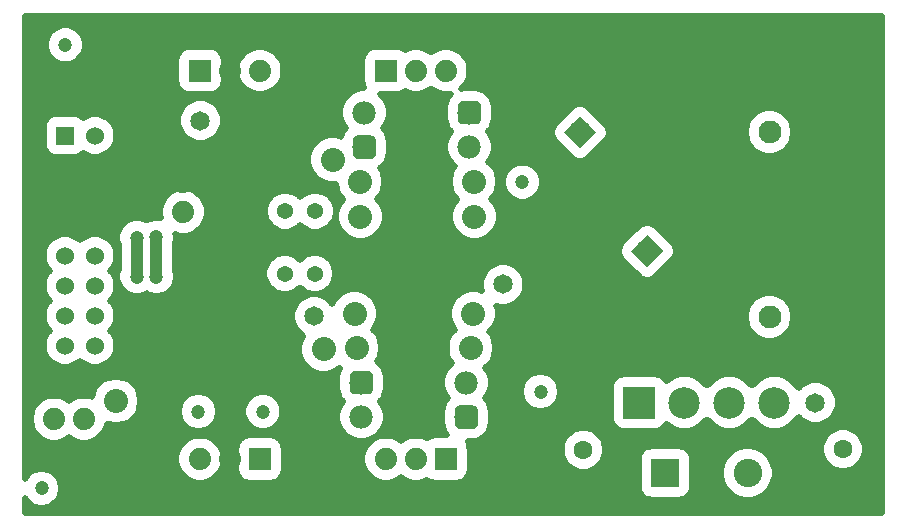
<source format=gbr>
G04 #@! TF.GenerationSoftware,KiCad,Pcbnew,(5.0.2-5)-5*
G04 #@! TF.CreationDate,2022-02-02T03:02:31+07:00*
G04 #@! TF.ProjectId,adjustable PSU,61646a75-7374-4616-926c-65205053552e,rev?*
G04 #@! TF.SameCoordinates,Original*
G04 #@! TF.FileFunction,Copper,L1,Top*
G04 #@! TF.FilePolarity,Positive*
%FSLAX46Y46*%
G04 Gerber Fmt 4.6, Leading zero omitted, Abs format (unit mm)*
G04 Created by KiCad (PCBNEW (5.0.2-5)-5) date 2022 February 02, Wednesday 03:02:31*
%MOMM*%
%LPD*%
G01*
G04 APERTURE LIST*
G04 #@! TA.AperFunction,ComponentPad*
%ADD10C,3.600000*%
G04 #@! TD*
G04 #@! TA.AperFunction,ComponentPad*
%ADD11C,1.879600*%
G04 #@! TD*
G04 #@! TA.AperFunction,ComponentPad*
%ADD12C,1.600000*%
G04 #@! TD*
G04 #@! TA.AperFunction,ComponentPad*
%ADD13R,2.670000X2.670000*%
G04 #@! TD*
G04 #@! TA.AperFunction,ComponentPad*
%ADD14C,2.670000*%
G04 #@! TD*
G04 #@! TA.AperFunction,ComponentPad*
%ADD15C,1.524000*%
G04 #@! TD*
G04 #@! TA.AperFunction,ComponentPad*
%ADD16R,1.524000X1.524000*%
G04 #@! TD*
G04 #@! TA.AperFunction,ComponentPad*
%ADD17R,1.879600X1.879600*%
G04 #@! TD*
G04 #@! TA.AperFunction,ComponentPad*
%ADD18C,1.200000*%
G04 #@! TD*
G04 #@! TA.AperFunction,ComponentPad*
%ADD19C,2.032000*%
G04 #@! TD*
G04 #@! TA.AperFunction,ComponentPad*
%ADD20C,1.651000*%
G04 #@! TD*
G04 #@! TA.AperFunction,ComponentPad*
%ADD21R,2.413000X2.413000*%
G04 #@! TD*
G04 #@! TA.AperFunction,ComponentPad*
%ADD22C,2.413000*%
G04 #@! TD*
G04 #@! TA.AperFunction,ComponentPad*
%ADD23C,1.371600*%
G04 #@! TD*
G04 #@! TA.AperFunction,Conductor*
%ADD24C,0.100000*%
G04 #@! TD*
G04 #@! TA.AperFunction,ComponentPad*
%ADD25C,1.981200*%
G04 #@! TD*
G04 #@! TA.AperFunction,ComponentPad*
%ADD26C,1.930400*%
G04 #@! TD*
G04 #@! TA.AperFunction,ViaPad*
%ADD27C,1.200000*%
G04 #@! TD*
G04 #@! TA.AperFunction,Conductor*
%ADD28C,1.000000*%
G04 #@! TD*
G04 #@! TA.AperFunction,Conductor*
%ADD29C,0.500000*%
G04 #@! TD*
G04 APERTURE END LIST*
D10*
G04 #@! TO.P,H5,1*
G04 #@! TO.N,GND*
X134493000Y-77089000D03*
G04 #@! TD*
D11*
G04 #@! TO.P,J2,1*
G04 #@! TO.N,+12Vor+9V*
X140589000Y-89662000D03*
G04 #@! TO.P,J2,2*
G04 #@! TO.N,GND*
X140589000Y-87122000D03*
G04 #@! TD*
D10*
G04 #@! TO.P,H3,1*
G04 #@! TO.N,GND*
X141224000Y-96901000D03*
G04 #@! TD*
G04 #@! TO.P,H2,1*
G04 #@! TO.N,GND*
X185039000Y-101346000D03*
G04 #@! TD*
G04 #@! TO.P,H1,1*
G04 #@! TO.N,GND*
X159893000Y-94170500D03*
G04 #@! TD*
G04 #@! TO.P,H4,1*
G04 #@! TO.N,GND*
X185039000Y-74549000D03*
G04 #@! TD*
D12*
G04 #@! TO.P,C6,+*
G04 #@! TO.N,/-12VDC*
X196424184Y-109739272D03*
G04 #@! TO.P,C6,-*
G04 #@! TO.N,GND*
X196424184Y-113239272D03*
G04 #@! TD*
G04 #@! TO.P,C5,-*
G04 #@! TO.N,GND*
X174453184Y-113290072D03*
G04 #@! TO.P,C5,+*
G04 #@! TO.N,/+12VDC*
X174453184Y-109790072D03*
G04 #@! TD*
D13*
G04 #@! TO.P,DR1,1*
G04 #@! TO.N,/+12VDC*
X179197000Y-105791000D03*
D14*
G04 #@! TO.P,DR1,2*
G04 #@! TO.N,/+12VAC*
X183007000Y-105791000D03*
G04 #@! TO.P,DR1,3*
G04 #@! TO.N,/-12VAC*
X186817000Y-105791000D03*
G04 #@! TO.P,DR1,4*
G04 #@! TO.N,/-12VDC*
X190627000Y-105791000D03*
G04 #@! TD*
D15*
G04 #@! TO.P,J1,6*
G04 #@! TO.N,GND*
X133096000Y-88265000D03*
G04 #@! TO.P,J1,8*
X133096000Y-90805000D03*
G04 #@! TO.P,J1,10*
G04 #@! TO.N,+12Vor+15V*
X133096000Y-93345000D03*
G04 #@! TO.P,J1,4*
G04 #@! TO.N,GND*
X133096000Y-85725000D03*
G04 #@! TO.P,J1,2*
G04 #@! TO.N,-12Vor-15V*
X133096000Y-83185000D03*
D16*
G04 #@! TO.P,J1,1*
X130556000Y-83185000D03*
D15*
G04 #@! TO.P,J1,3*
G04 #@! TO.N,GND*
X130556000Y-85725000D03*
G04 #@! TO.P,J1,5*
X130556000Y-88265000D03*
G04 #@! TO.P,J1,7*
X130556000Y-90805000D03*
G04 #@! TO.P,J1,9*
G04 #@! TO.N,+12Vor+15V*
X130556000Y-93345000D03*
G04 #@! TO.P,J1,12*
G04 #@! TO.N,+5V*
X133096000Y-95885000D03*
G04 #@! TO.P,J1,11*
X130556000Y-95885000D03*
G04 #@! TO.P,J1,14*
G04 #@! TO.N,Net-(J1-Pad14)*
X133096000Y-98425000D03*
G04 #@! TO.P,J1,13*
G04 #@! TO.N,Net-(J1-Pad13)*
X130556000Y-98425000D03*
G04 #@! TO.P,J1,15*
G04 #@! TO.N,Net-(J1-Pad15)*
X130556000Y-100965000D03*
G04 #@! TO.P,J1,16*
G04 #@! TO.N,Net-(J1-Pad16)*
X133096000Y-100965000D03*
G04 #@! TD*
D11*
G04 #@! TO.P,U3,2*
G04 #@! TO.N,GND*
X144526000Y-110577472D03*
D17*
G04 #@! TO.P,U3,1*
G04 #@! TO.N,+12Vor+15V*
X147066000Y-110577472D03*
D11*
G04 #@! TO.P,U3,3*
G04 #@! TO.N,+12Vor+9V*
X141986000Y-110577472D03*
G04 #@! TD*
G04 #@! TO.P,U4,3*
G04 #@! TO.N,+5V*
X147066000Y-77684472D03*
D17*
G04 #@! TO.P,U4,1*
G04 #@! TO.N,+12Vor+9V*
X141986000Y-77684472D03*
D11*
G04 #@! TO.P,U4,2*
G04 #@! TO.N,GND*
X144526000Y-77684472D03*
G04 #@! TD*
G04 #@! TO.P,U1,2*
G04 #@! TO.N,+12Vor+15V*
X160274000Y-110577472D03*
G04 #@! TO.P,U1,3*
G04 #@! TO.N,/+12VDC*
X157734000Y-110577472D03*
D17*
G04 #@! TO.P,U1,1*
G04 #@! TO.N,Net-(C9-Pad+)*
X162814000Y-110577472D03*
G04 #@! TD*
G04 #@! TO.P,U2,1*
G04 #@! TO.N,Net-(C10-Pad+)*
X157734000Y-77684472D03*
D11*
G04 #@! TO.P,U2,3*
G04 #@! TO.N,-12Vor-15V*
X162814000Y-77684472D03*
G04 #@! TO.P,U2,2*
G04 #@! TO.N,/-12VDC*
X160274000Y-77684472D03*
G04 #@! TD*
D18*
G04 #@! TO.P,C16,-*
G04 #@! TO.N,GND*
X130581400Y-113055400D03*
G04 #@! TO.P,C16,+*
G04 #@! TO.N,+5V*
X128581400Y-113055400D03*
G04 #@! TD*
D19*
G04 #@! TO.P,R9,2*
G04 #@! TO.N,Net-(D6-Pad1)*
X134874000Y-105664000D03*
G04 #@! TO.P,R9,1*
G04 #@! TO.N,GND*
X134874000Y-113284000D03*
G04 #@! TD*
D11*
G04 #@! TO.P,D6,1*
G04 #@! TO.N,Net-(D6-Pad1)*
X132181600Y-107188000D03*
G04 #@! TO.P,D6,2*
G04 #@! TO.N,+5V*
X129641600Y-107188000D03*
G04 #@! TD*
D20*
G04 #@! TO.P,C15,+*
G04 #@! TO.N,+12Vor+9V*
X142026640Y-81915000D03*
G04 #@! TO.P,C15,-*
G04 #@! TO.N,GND*
X147025360Y-81915000D03*
G04 #@! TD*
G04 #@! TO.P,C11,-*
G04 #@! TO.N,GND*
X167665400Y-100797360D03*
G04 #@! TO.P,C11,+*
G04 #@! TO.N,/+12VDC*
X167665400Y-95798640D03*
G04 #@! TD*
D18*
G04 #@! TO.P,C14,-*
G04 #@! TO.N,GND*
X141859000Y-104553000D03*
G04 #@! TO.P,C14,+*
G04 #@! TO.N,+12Vor+9V*
X141859000Y-106553000D03*
G04 #@! TD*
D20*
G04 #@! TO.P,C13,+*
G04 #@! TO.N,+12Vor+15V*
X151660860Y-98488500D03*
G04 #@! TO.P,C13,-*
G04 #@! TO.N,GND*
X146662140Y-98488500D03*
G04 #@! TD*
D21*
G04 #@! TO.P,X2,1*
G04 #@! TO.N,/+12VAC*
X181376880Y-111760000D03*
D22*
G04 #@! TO.P,X2,2*
G04 #@! TO.N,GND*
X184874460Y-111760000D03*
G04 #@! TO.P,X2,3*
G04 #@! TO.N,/-12VAC*
X188374580Y-111760000D03*
G04 #@! TD*
D20*
G04 #@! TO.P,C12,-*
G04 #@! TO.N,GND*
X199095360Y-105791000D03*
G04 #@! TO.P,C12,+*
G04 #@! TO.N,/-12VDC*
X194096640Y-105791000D03*
G04 #@! TD*
D18*
G04 #@! TO.P,C9,-*
G04 #@! TO.N,GND*
X172820984Y-104862472D03*
G04 #@! TO.P,C9,+*
G04 #@! TO.N,Net-(C9-Pad+)*
X170820984Y-104862472D03*
G04 #@! TD*
D23*
G04 #@! TO.P,R4,3*
G04 #@! TO.N,GND*
X146685000Y-89598500D03*
G04 #@! TO.P,R4,2*
G04 #@! TO.N,Net-(R2-Pad1)*
X149225000Y-89598500D03*
G04 #@! TO.P,R4,1*
X151765000Y-89598500D03*
G04 #@! TD*
G04 #@! TO.P,R3,3*
G04 #@! TO.N,GND*
X146621500Y-94869000D03*
G04 #@! TO.P,R3,2*
G04 #@! TO.N,Net-(R1-Pad1)*
X149161500Y-94869000D03*
G04 #@! TO.P,R3,1*
X151701500Y-94869000D03*
G04 #@! TD*
D18*
G04 #@! TO.P,C10,+*
G04 #@! TO.N,Net-(C10-Pad+)*
X169291000Y-87122000D03*
G04 #@! TO.P,C10,-*
G04 #@! TO.N,GND*
X169291000Y-89122000D03*
G04 #@! TD*
G04 #@! TO.P,C8,+*
G04 #@! TO.N,-12Vor-15V*
X130581400Y-75509672D03*
G04 #@! TO.P,C8,-*
G04 #@! TO.N,GND*
X128581400Y-75509672D03*
G04 #@! TD*
G04 #@! TO.P,C7,-*
G04 #@! TO.N,GND*
X147320000Y-104553000D03*
G04 #@! TO.P,C7,+*
G04 #@! TO.N,+12Vor+15V*
X147320000Y-106553000D03*
G04 #@! TD*
D24*
G04 #@! TO.N,/+12VDC*
G04 #@! TO.C,D1*
G36*
X165091032Y-106033257D02*
X165139112Y-106040389D01*
X165186262Y-106052199D01*
X165232027Y-106068574D01*
X165275967Y-106089356D01*
X165317658Y-106114345D01*
X165356699Y-106143300D01*
X165392714Y-106175942D01*
X165425356Y-106211957D01*
X165454311Y-106250998D01*
X165479300Y-106292689D01*
X165500082Y-106336629D01*
X165516457Y-106382394D01*
X165528267Y-106429544D01*
X165535399Y-106477624D01*
X165537784Y-106526172D01*
X165537784Y-107516772D01*
X165535399Y-107565320D01*
X165528267Y-107613400D01*
X165516457Y-107660550D01*
X165500082Y-107706315D01*
X165479300Y-107750255D01*
X165454311Y-107791946D01*
X165425356Y-107830987D01*
X165392714Y-107867002D01*
X165356699Y-107899644D01*
X165317658Y-107928599D01*
X165275967Y-107953588D01*
X165232027Y-107974370D01*
X165186262Y-107990745D01*
X165139112Y-108002555D01*
X165091032Y-108009687D01*
X165042484Y-108012072D01*
X164051884Y-108012072D01*
X164003336Y-108009687D01*
X163955256Y-108002555D01*
X163908106Y-107990745D01*
X163862341Y-107974370D01*
X163818401Y-107953588D01*
X163776710Y-107928599D01*
X163737669Y-107899644D01*
X163701654Y-107867002D01*
X163669012Y-107830987D01*
X163640057Y-107791946D01*
X163615068Y-107750255D01*
X163594286Y-107706315D01*
X163577911Y-107660550D01*
X163566101Y-107613400D01*
X163558969Y-107565320D01*
X163556584Y-107516772D01*
X163556584Y-106526172D01*
X163558969Y-106477624D01*
X163566101Y-106429544D01*
X163577911Y-106382394D01*
X163594286Y-106336629D01*
X163615068Y-106292689D01*
X163640057Y-106250998D01*
X163669012Y-106211957D01*
X163701654Y-106175942D01*
X163737669Y-106143300D01*
X163776710Y-106114345D01*
X163818401Y-106089356D01*
X163862341Y-106068574D01*
X163908106Y-106052199D01*
X163955256Y-106040389D01*
X164003336Y-106033257D01*
X164051884Y-106030872D01*
X165042484Y-106030872D01*
X165091032Y-106033257D01*
X165091032Y-106033257D01*
G37*
D25*
G04 #@! TD*
G04 #@! TO.P,D1,1*
G04 #@! TO.N,/+12VDC*
X164547184Y-107021472D03*
G04 #@! TO.P,D1,2*
G04 #@! TO.N,+12Vor+15V*
X155657184Y-107021472D03*
G04 #@! TD*
D24*
G04 #@! TO.N,+12Vor+15V*
G04 #@! TO.C,D2*
G36*
X156201032Y-103112257D02*
X156249112Y-103119389D01*
X156296262Y-103131199D01*
X156342027Y-103147574D01*
X156385967Y-103168356D01*
X156427658Y-103193345D01*
X156466699Y-103222300D01*
X156502714Y-103254942D01*
X156535356Y-103290957D01*
X156564311Y-103329998D01*
X156589300Y-103371689D01*
X156610082Y-103415629D01*
X156626457Y-103461394D01*
X156638267Y-103508544D01*
X156645399Y-103556624D01*
X156647784Y-103605172D01*
X156647784Y-104595772D01*
X156645399Y-104644320D01*
X156638267Y-104692400D01*
X156626457Y-104739550D01*
X156610082Y-104785315D01*
X156589300Y-104829255D01*
X156564311Y-104870946D01*
X156535356Y-104909987D01*
X156502714Y-104946002D01*
X156466699Y-104978644D01*
X156427658Y-105007599D01*
X156385967Y-105032588D01*
X156342027Y-105053370D01*
X156296262Y-105069745D01*
X156249112Y-105081555D01*
X156201032Y-105088687D01*
X156152484Y-105091072D01*
X155161884Y-105091072D01*
X155113336Y-105088687D01*
X155065256Y-105081555D01*
X155018106Y-105069745D01*
X154972341Y-105053370D01*
X154928401Y-105032588D01*
X154886710Y-105007599D01*
X154847669Y-104978644D01*
X154811654Y-104946002D01*
X154779012Y-104909987D01*
X154750057Y-104870946D01*
X154725068Y-104829255D01*
X154704286Y-104785315D01*
X154687911Y-104739550D01*
X154676101Y-104692400D01*
X154668969Y-104644320D01*
X154666584Y-104595772D01*
X154666584Y-103605172D01*
X154668969Y-103556624D01*
X154676101Y-103508544D01*
X154687911Y-103461394D01*
X154704286Y-103415629D01*
X154725068Y-103371689D01*
X154750057Y-103329998D01*
X154779012Y-103290957D01*
X154811654Y-103254942D01*
X154847669Y-103222300D01*
X154886710Y-103193345D01*
X154928401Y-103168356D01*
X154972341Y-103147574D01*
X155018106Y-103131199D01*
X155065256Y-103119389D01*
X155113336Y-103112257D01*
X155161884Y-103109872D01*
X156152484Y-103109872D01*
X156201032Y-103112257D01*
X156201032Y-103112257D01*
G37*
D25*
G04 #@! TD*
G04 #@! TO.P,D2,1*
G04 #@! TO.N,+12Vor+15V*
X155657184Y-104100472D03*
G04 #@! TO.P,D2,2*
G04 #@! TO.N,Net-(C9-Pad+)*
X164547184Y-104100472D03*
G04 #@! TD*
D24*
G04 #@! TO.N,-12Vor-15V*
G04 #@! TO.C,D4*
G36*
X156455032Y-83173257D02*
X156503112Y-83180389D01*
X156550262Y-83192199D01*
X156596027Y-83208574D01*
X156639967Y-83229356D01*
X156681658Y-83254345D01*
X156720699Y-83283300D01*
X156756714Y-83315942D01*
X156789356Y-83351957D01*
X156818311Y-83390998D01*
X156843300Y-83432689D01*
X156864082Y-83476629D01*
X156880457Y-83522394D01*
X156892267Y-83569544D01*
X156899399Y-83617624D01*
X156901784Y-83666172D01*
X156901784Y-84656772D01*
X156899399Y-84705320D01*
X156892267Y-84753400D01*
X156880457Y-84800550D01*
X156864082Y-84846315D01*
X156843300Y-84890255D01*
X156818311Y-84931946D01*
X156789356Y-84970987D01*
X156756714Y-85007002D01*
X156720699Y-85039644D01*
X156681658Y-85068599D01*
X156639967Y-85093588D01*
X156596027Y-85114370D01*
X156550262Y-85130745D01*
X156503112Y-85142555D01*
X156455032Y-85149687D01*
X156406484Y-85152072D01*
X155415884Y-85152072D01*
X155367336Y-85149687D01*
X155319256Y-85142555D01*
X155272106Y-85130745D01*
X155226341Y-85114370D01*
X155182401Y-85093588D01*
X155140710Y-85068599D01*
X155101669Y-85039644D01*
X155065654Y-85007002D01*
X155033012Y-84970987D01*
X155004057Y-84931946D01*
X154979068Y-84890255D01*
X154958286Y-84846315D01*
X154941911Y-84800550D01*
X154930101Y-84753400D01*
X154922969Y-84705320D01*
X154920584Y-84656772D01*
X154920584Y-83666172D01*
X154922969Y-83617624D01*
X154930101Y-83569544D01*
X154941911Y-83522394D01*
X154958286Y-83476629D01*
X154979068Y-83432689D01*
X155004057Y-83390998D01*
X155033012Y-83351957D01*
X155065654Y-83315942D01*
X155101669Y-83283300D01*
X155140710Y-83254345D01*
X155182401Y-83229356D01*
X155226341Y-83208574D01*
X155272106Y-83192199D01*
X155319256Y-83180389D01*
X155367336Y-83173257D01*
X155415884Y-83170872D01*
X156406484Y-83170872D01*
X156455032Y-83173257D01*
X156455032Y-83173257D01*
G37*
D25*
G04 #@! TD*
G04 #@! TO.P,D4,1*
G04 #@! TO.N,-12Vor-15V*
X155911184Y-84161472D03*
G04 #@! TO.P,D4,2*
G04 #@! TO.N,Net-(C10-Pad+)*
X164801184Y-84161472D03*
G04 #@! TD*
D24*
G04 #@! TO.N,/-12VDC*
G04 #@! TO.C,D3*
G36*
X165345032Y-80252257D02*
X165393112Y-80259389D01*
X165440262Y-80271199D01*
X165486027Y-80287574D01*
X165529967Y-80308356D01*
X165571658Y-80333345D01*
X165610699Y-80362300D01*
X165646714Y-80394942D01*
X165679356Y-80430957D01*
X165708311Y-80469998D01*
X165733300Y-80511689D01*
X165754082Y-80555629D01*
X165770457Y-80601394D01*
X165782267Y-80648544D01*
X165789399Y-80696624D01*
X165791784Y-80745172D01*
X165791784Y-81735772D01*
X165789399Y-81784320D01*
X165782267Y-81832400D01*
X165770457Y-81879550D01*
X165754082Y-81925315D01*
X165733300Y-81969255D01*
X165708311Y-82010946D01*
X165679356Y-82049987D01*
X165646714Y-82086002D01*
X165610699Y-82118644D01*
X165571658Y-82147599D01*
X165529967Y-82172588D01*
X165486027Y-82193370D01*
X165440262Y-82209745D01*
X165393112Y-82221555D01*
X165345032Y-82228687D01*
X165296484Y-82231072D01*
X164305884Y-82231072D01*
X164257336Y-82228687D01*
X164209256Y-82221555D01*
X164162106Y-82209745D01*
X164116341Y-82193370D01*
X164072401Y-82172588D01*
X164030710Y-82147599D01*
X163991669Y-82118644D01*
X163955654Y-82086002D01*
X163923012Y-82049987D01*
X163894057Y-82010946D01*
X163869068Y-81969255D01*
X163848286Y-81925315D01*
X163831911Y-81879550D01*
X163820101Y-81832400D01*
X163812969Y-81784320D01*
X163810584Y-81735772D01*
X163810584Y-80745172D01*
X163812969Y-80696624D01*
X163820101Y-80648544D01*
X163831911Y-80601394D01*
X163848286Y-80555629D01*
X163869068Y-80511689D01*
X163894057Y-80469998D01*
X163923012Y-80430957D01*
X163955654Y-80394942D01*
X163991669Y-80362300D01*
X164030710Y-80333345D01*
X164072401Y-80308356D01*
X164116341Y-80287574D01*
X164162106Y-80271199D01*
X164209256Y-80259389D01*
X164257336Y-80252257D01*
X164305884Y-80249872D01*
X165296484Y-80249872D01*
X165345032Y-80252257D01*
X165345032Y-80252257D01*
G37*
D25*
G04 #@! TD*
G04 #@! TO.P,D3,1*
G04 #@! TO.N,/-12VDC*
X164801184Y-81240472D03*
G04 #@! TO.P,D3,2*
G04 #@! TO.N,-12Vor-15V*
X155911184Y-81240472D03*
G04 #@! TD*
D26*
G04 #@! TO.P,C4,+*
G04 #@! TO.N,GND*
X195869329Y-77237327D03*
D24*
G04 #@! TD*
G04 #@! TO.N,GND*
G04 #@! TO.C,C4*
G36*
X195869329Y-78602326D02*
X194504330Y-77237327D01*
X195869329Y-75872328D01*
X197234328Y-77237327D01*
X195869329Y-78602326D01*
X195869329Y-78602326D01*
G37*
D26*
G04 #@! TO.P,C4,-*
G04 #@! TO.N,/-12VDC*
X190208176Y-82898480D03*
G04 #@! TD*
G04 #@! TO.P,C3,-*
G04 #@! TO.N,/-12VDC*
X190208176Y-98526480D03*
G04 #@! TO.P,C3,+*
G04 #@! TO.N,GND*
X195869329Y-92865327D03*
D24*
G04 #@! TD*
G04 #@! TO.N,GND*
G04 #@! TO.C,C3*
G36*
X195869329Y-94230326D02*
X194504330Y-92865327D01*
X195869329Y-91500328D01*
X197234328Y-92865327D01*
X195869329Y-94230326D01*
X195869329Y-94230326D01*
G37*
D26*
G04 #@! TO.P,C2,+*
G04 #@! TO.N,/+12VDC*
X174177439Y-82927217D03*
D24*
G04 #@! TD*
G04 #@! TO.N,/+12VDC*
G04 #@! TO.C,C2*
G36*
X174177439Y-81562218D02*
X175542438Y-82927217D01*
X174177439Y-84292216D01*
X172812440Y-82927217D01*
X174177439Y-81562218D01*
X174177439Y-81562218D01*
G37*
D26*
G04 #@! TO.P,C2,-*
G04 #@! TO.N,GND*
X179838592Y-77266064D03*
G04 #@! TD*
G04 #@! TO.P,C1,-*
G04 #@! TO.N,GND*
X174206176Y-98646480D03*
G04 #@! TO.P,C1,+*
G04 #@! TO.N,/+12VDC*
X179867329Y-92985327D03*
D24*
G04 #@! TD*
G04 #@! TO.N,/+12VDC*
G04 #@! TO.C,C1*
G36*
X179867329Y-94350326D02*
X178502330Y-92985327D01*
X179867329Y-91620328D01*
X181232328Y-92985327D01*
X179867329Y-94350326D01*
X179867329Y-94350326D01*
G37*
D19*
G04 #@! TO.P,R1,1*
G04 #@! TO.N,Net-(R1-Pad1)*
X155081874Y-98276252D03*
G04 #@! TO.P,R1,2*
G04 #@! TO.N,Net-(C9-Pad+)*
X165117414Y-98258472D03*
G04 #@! TD*
G04 #@! TO.P,R2,1*
G04 #@! TO.N,Net-(R2-Pad1)*
X155575000Y-90043000D03*
G04 #@! TO.P,R2,2*
G04 #@! TO.N,Net-(C10-Pad+)*
X165227000Y-90043000D03*
G04 #@! TD*
G04 #@! TO.P,R5,1*
G04 #@! TO.N,Net-(C9-Pad+)*
X164928184Y-101179472D03*
G04 #@! TO.P,R5,2*
G04 #@! TO.N,+12Vor+15V*
X155276184Y-101179472D03*
G04 #@! TD*
G04 #@! TO.P,R6,2*
G04 #@! TO.N,-12Vor-15V*
X155532725Y-87082472D03*
G04 #@! TO.P,R6,1*
G04 #@! TO.N,Net-(C10-Pad+)*
X165184725Y-87082472D03*
G04 #@! TD*
G04 #@! TO.P,R7,1*
G04 #@! TO.N,GND*
X142811500Y-101282500D03*
G04 #@! TO.P,R7,2*
G04 #@! TO.N,+12Vor+15V*
X152463500Y-101282500D03*
G04 #@! TD*
G04 #@! TO.P,R8,2*
G04 #@! TO.N,-12Vor-15V*
X153212800Y-85242400D03*
G04 #@! TO.P,R8,1*
G04 #@! TO.N,GND*
X143560800Y-85242400D03*
G04 #@! TD*
D27*
G04 #@! TO.N,+5V*
X136652000Y-95123000D03*
X136652000Y-91821000D03*
G04 #@! TO.N,+12Vor+9V*
X138303000Y-95123000D03*
X138280141Y-91798141D03*
G04 #@! TD*
D28*
G04 #@! TO.N,GND*
X146621500Y-98447860D02*
X146662140Y-98488500D01*
X146621500Y-94869000D02*
X146621500Y-98447860D01*
G04 #@! TO.N,+5V*
X136652000Y-91821000D02*
X136652000Y-95123000D01*
G04 #@! TO.N,+12Vor+9V*
X138280141Y-95100141D02*
X138303000Y-95123000D01*
X138280141Y-91798141D02*
X138280141Y-95100141D01*
G04 #@! TD*
D29*
G04 #@! TO.N,GND*
G36*
X199764001Y-115182000D02*
X127134000Y-115182000D01*
X127134000Y-113859134D01*
X127299761Y-114107214D01*
X127529586Y-114337039D01*
X127799832Y-114517611D01*
X128100113Y-114641992D01*
X128418889Y-114705400D01*
X128743911Y-114705400D01*
X129062687Y-114641992D01*
X129362968Y-114517611D01*
X129633214Y-114337039D01*
X129863039Y-114107214D01*
X130043611Y-113836968D01*
X130167992Y-113536687D01*
X130231400Y-113217911D01*
X130231400Y-112892889D01*
X130167992Y-112574113D01*
X130043611Y-112273832D01*
X129863039Y-112003586D01*
X129633214Y-111773761D01*
X129362968Y-111593189D01*
X129062687Y-111468808D01*
X128743911Y-111405400D01*
X128418889Y-111405400D01*
X128100113Y-111468808D01*
X127799832Y-111593189D01*
X127529586Y-111773761D01*
X127299761Y-112003586D01*
X127134000Y-112251666D01*
X127134000Y-110381494D01*
X139996200Y-110381494D01*
X139996200Y-110773450D01*
X140072667Y-111157875D01*
X140222662Y-111519996D01*
X140440421Y-111845896D01*
X140717576Y-112123051D01*
X141043476Y-112340810D01*
X141405597Y-112490805D01*
X141790022Y-112567272D01*
X142181978Y-112567272D01*
X142566403Y-112490805D01*
X142928524Y-112340810D01*
X143254424Y-112123051D01*
X143531579Y-111845896D01*
X143749338Y-111519996D01*
X143899333Y-111157875D01*
X143975800Y-110773450D01*
X143975800Y-110381494D01*
X143899333Y-109997069D01*
X143750467Y-109637672D01*
X145071120Y-109637672D01*
X145071120Y-111517272D01*
X145091393Y-111723108D01*
X145151433Y-111921034D01*
X145248933Y-112103443D01*
X145380146Y-112263326D01*
X145540029Y-112394539D01*
X145722438Y-112492039D01*
X145920364Y-112552079D01*
X146126200Y-112572352D01*
X148005800Y-112572352D01*
X148211636Y-112552079D01*
X148409562Y-112492039D01*
X148591971Y-112394539D01*
X148751854Y-112263326D01*
X148883067Y-112103443D01*
X148980567Y-111921034D01*
X149040607Y-111723108D01*
X149060880Y-111517272D01*
X149060880Y-110381494D01*
X155744200Y-110381494D01*
X155744200Y-110773450D01*
X155820667Y-111157875D01*
X155970662Y-111519996D01*
X156188421Y-111845896D01*
X156465576Y-112123051D01*
X156791476Y-112340810D01*
X157153597Y-112490805D01*
X157538022Y-112567272D01*
X157929978Y-112567272D01*
X158314403Y-112490805D01*
X158676524Y-112340810D01*
X159002424Y-112123051D01*
X159004000Y-112121475D01*
X159005576Y-112123051D01*
X159331476Y-112340810D01*
X159693597Y-112490805D01*
X160078022Y-112567272D01*
X160469978Y-112567272D01*
X160854403Y-112490805D01*
X161216524Y-112340810D01*
X161219851Y-112338587D01*
X161288029Y-112394539D01*
X161470438Y-112492039D01*
X161668364Y-112552079D01*
X161874200Y-112572352D01*
X163753800Y-112572352D01*
X163959636Y-112552079D01*
X164157562Y-112492039D01*
X164339971Y-112394539D01*
X164499854Y-112263326D01*
X164631067Y-112103443D01*
X164728567Y-111921034D01*
X164788607Y-111723108D01*
X164808880Y-111517272D01*
X164808880Y-109637672D01*
X164805945Y-109607863D01*
X172603184Y-109607863D01*
X172603184Y-109972281D01*
X172674279Y-110329697D01*
X172813736Y-110666375D01*
X173016195Y-110969378D01*
X173273878Y-111227061D01*
X173576881Y-111429520D01*
X173913559Y-111568977D01*
X174270975Y-111640072D01*
X174635393Y-111640072D01*
X174992809Y-111568977D01*
X175329487Y-111429520D01*
X175632490Y-111227061D01*
X175890173Y-110969378D01*
X176092632Y-110666375D01*
X176139386Y-110553500D01*
X179115300Y-110553500D01*
X179115300Y-112966500D01*
X179135573Y-113172336D01*
X179195613Y-113370262D01*
X179293113Y-113552671D01*
X179424326Y-113712554D01*
X179584209Y-113843767D01*
X179766618Y-113941267D01*
X179964544Y-114001307D01*
X180170380Y-114021580D01*
X182583380Y-114021580D01*
X182789216Y-114001307D01*
X182987142Y-113941267D01*
X183169551Y-113843767D01*
X183329434Y-113712554D01*
X183460647Y-113552671D01*
X183558147Y-113370262D01*
X183618187Y-113172336D01*
X183638460Y-112966500D01*
X183638460Y-111537754D01*
X186118080Y-111537754D01*
X186118080Y-111982246D01*
X186204796Y-112418197D01*
X186374896Y-112828853D01*
X186621842Y-113198435D01*
X186936145Y-113512738D01*
X187305727Y-113759684D01*
X187716383Y-113929784D01*
X188152334Y-114016500D01*
X188596826Y-114016500D01*
X189032777Y-113929784D01*
X189443433Y-113759684D01*
X189813015Y-113512738D01*
X190127318Y-113198435D01*
X190374264Y-112828853D01*
X190544364Y-112418197D01*
X190631080Y-111982246D01*
X190631080Y-111537754D01*
X190544364Y-111101803D01*
X190374264Y-110691147D01*
X190127318Y-110321565D01*
X189813015Y-110007262D01*
X189443433Y-109760316D01*
X189032777Y-109590216D01*
X188866106Y-109557063D01*
X194574184Y-109557063D01*
X194574184Y-109921481D01*
X194645279Y-110278897D01*
X194784736Y-110615575D01*
X194987195Y-110918578D01*
X195244878Y-111176261D01*
X195547881Y-111378720D01*
X195884559Y-111518177D01*
X196241975Y-111589272D01*
X196606393Y-111589272D01*
X196963809Y-111518177D01*
X197300487Y-111378720D01*
X197603490Y-111176261D01*
X197861173Y-110918578D01*
X198063632Y-110615575D01*
X198203089Y-110278897D01*
X198274184Y-109921481D01*
X198274184Y-109557063D01*
X198203089Y-109199647D01*
X198063632Y-108862969D01*
X197861173Y-108559966D01*
X197603490Y-108302283D01*
X197300487Y-108099824D01*
X196963809Y-107960367D01*
X196606393Y-107889272D01*
X196241975Y-107889272D01*
X195884559Y-107960367D01*
X195547881Y-108099824D01*
X195244878Y-108302283D01*
X194987195Y-108559966D01*
X194784736Y-108862969D01*
X194645279Y-109199647D01*
X194574184Y-109557063D01*
X188866106Y-109557063D01*
X188596826Y-109503500D01*
X188152334Y-109503500D01*
X187716383Y-109590216D01*
X187305727Y-109760316D01*
X186936145Y-110007262D01*
X186621842Y-110321565D01*
X186374896Y-110691147D01*
X186204796Y-111101803D01*
X186118080Y-111537754D01*
X183638460Y-111537754D01*
X183638460Y-110553500D01*
X183618187Y-110347664D01*
X183558147Y-110149738D01*
X183460647Y-109967329D01*
X183329434Y-109807446D01*
X183169551Y-109676233D01*
X182987142Y-109578733D01*
X182789216Y-109518693D01*
X182583380Y-109498420D01*
X180170380Y-109498420D01*
X179964544Y-109518693D01*
X179766618Y-109578733D01*
X179584209Y-109676233D01*
X179424326Y-109807446D01*
X179293113Y-109967329D01*
X179195613Y-110149738D01*
X179135573Y-110347664D01*
X179115300Y-110553500D01*
X176139386Y-110553500D01*
X176232089Y-110329697D01*
X176303184Y-109972281D01*
X176303184Y-109607863D01*
X176232089Y-109250447D01*
X176092632Y-108913769D01*
X175890173Y-108610766D01*
X175632490Y-108353083D01*
X175329487Y-108150624D01*
X174992809Y-108011167D01*
X174635393Y-107940072D01*
X174270975Y-107940072D01*
X173913559Y-108011167D01*
X173576881Y-108150624D01*
X173273878Y-108353083D01*
X173016195Y-108610766D01*
X172813736Y-108913769D01*
X172674279Y-109250447D01*
X172603184Y-109607863D01*
X164805945Y-109607863D01*
X164788607Y-109431836D01*
X164728567Y-109233910D01*
X164639433Y-109067152D01*
X165042484Y-109067152D01*
X165344948Y-109037362D01*
X165635789Y-108949136D01*
X165903829Y-108805866D01*
X166138768Y-108613056D01*
X166331578Y-108378117D01*
X166474848Y-108110077D01*
X166563074Y-107819236D01*
X166592864Y-107516772D01*
X166592864Y-106526172D01*
X166563074Y-106223708D01*
X166474848Y-105932867D01*
X166331578Y-105664827D01*
X166138768Y-105429888D01*
X166119459Y-105414042D01*
X166132222Y-105401279D01*
X166355541Y-105067059D01*
X166507597Y-104699961D01*
X169170984Y-104699961D01*
X169170984Y-105024983D01*
X169234392Y-105343759D01*
X169358773Y-105644040D01*
X169539345Y-105914286D01*
X169769170Y-106144111D01*
X170039416Y-106324683D01*
X170339697Y-106449064D01*
X170658473Y-106512472D01*
X170983495Y-106512472D01*
X171302271Y-106449064D01*
X171602552Y-106324683D01*
X171872798Y-106144111D01*
X172102623Y-105914286D01*
X172283195Y-105644040D01*
X172407576Y-105343759D01*
X172470984Y-105024983D01*
X172470984Y-104699961D01*
X172422458Y-104456000D01*
X176806920Y-104456000D01*
X176806920Y-107126000D01*
X176827193Y-107331836D01*
X176887233Y-107529762D01*
X176984733Y-107712171D01*
X177115946Y-107872054D01*
X177275829Y-108003267D01*
X177458238Y-108100767D01*
X177656164Y-108160807D01*
X177862000Y-108181080D01*
X180532000Y-108181080D01*
X180737836Y-108160807D01*
X180935762Y-108100767D01*
X181118171Y-108003267D01*
X181278054Y-107872054D01*
X181409267Y-107712171D01*
X181460125Y-107617024D01*
X181486651Y-107643550D01*
X181877279Y-107904560D01*
X182311321Y-108084346D01*
X182772098Y-108176000D01*
X183241902Y-108176000D01*
X183702679Y-108084346D01*
X184136721Y-107904560D01*
X184527349Y-107643550D01*
X184859550Y-107311349D01*
X184912000Y-107232852D01*
X184964450Y-107311349D01*
X185296651Y-107643550D01*
X185687279Y-107904560D01*
X186121321Y-108084346D01*
X186582098Y-108176000D01*
X187051902Y-108176000D01*
X187512679Y-108084346D01*
X187946721Y-107904560D01*
X188337349Y-107643550D01*
X188669550Y-107311349D01*
X188722000Y-107232852D01*
X188774450Y-107311349D01*
X189106651Y-107643550D01*
X189497279Y-107904560D01*
X189931321Y-108084346D01*
X190392098Y-108176000D01*
X190861902Y-108176000D01*
X191322679Y-108084346D01*
X191756721Y-107904560D01*
X192147349Y-107643550D01*
X192479550Y-107311349D01*
X192673847Y-107020565D01*
X192901078Y-107247796D01*
X193208257Y-107453047D01*
X193549577Y-107594426D01*
X193911919Y-107666500D01*
X194281361Y-107666500D01*
X194643703Y-107594426D01*
X194985023Y-107453047D01*
X195292202Y-107247796D01*
X195553436Y-106986562D01*
X195758687Y-106679383D01*
X195900066Y-106338063D01*
X195972140Y-105975721D01*
X195972140Y-105606279D01*
X195900066Y-105243937D01*
X195758687Y-104902617D01*
X195553436Y-104595438D01*
X195292202Y-104334204D01*
X194985023Y-104128953D01*
X194643703Y-103987574D01*
X194281361Y-103915500D01*
X193911919Y-103915500D01*
X193549577Y-103987574D01*
X193208257Y-104128953D01*
X192901078Y-104334204D01*
X192673847Y-104561435D01*
X192479550Y-104270651D01*
X192147349Y-103938450D01*
X191756721Y-103677440D01*
X191322679Y-103497654D01*
X190861902Y-103406000D01*
X190392098Y-103406000D01*
X189931321Y-103497654D01*
X189497279Y-103677440D01*
X189106651Y-103938450D01*
X188774450Y-104270651D01*
X188722000Y-104349148D01*
X188669550Y-104270651D01*
X188337349Y-103938450D01*
X187946721Y-103677440D01*
X187512679Y-103497654D01*
X187051902Y-103406000D01*
X186582098Y-103406000D01*
X186121321Y-103497654D01*
X185687279Y-103677440D01*
X185296651Y-103938450D01*
X184964450Y-104270651D01*
X184912000Y-104349148D01*
X184859550Y-104270651D01*
X184527349Y-103938450D01*
X184136721Y-103677440D01*
X183702679Y-103497654D01*
X183241902Y-103406000D01*
X182772098Y-103406000D01*
X182311321Y-103497654D01*
X181877279Y-103677440D01*
X181486651Y-103938450D01*
X181460125Y-103964976D01*
X181409267Y-103869829D01*
X181278054Y-103709946D01*
X181118171Y-103578733D01*
X180935762Y-103481233D01*
X180737836Y-103421193D01*
X180532000Y-103400920D01*
X177862000Y-103400920D01*
X177656164Y-103421193D01*
X177458238Y-103481233D01*
X177275829Y-103578733D01*
X177115946Y-103709946D01*
X176984733Y-103869829D01*
X176887233Y-104052238D01*
X176827193Y-104250164D01*
X176806920Y-104456000D01*
X172422458Y-104456000D01*
X172407576Y-104381185D01*
X172283195Y-104080904D01*
X172102623Y-103810658D01*
X171872798Y-103580833D01*
X171602552Y-103400261D01*
X171302271Y-103275880D01*
X170983495Y-103212472D01*
X170658473Y-103212472D01*
X170339697Y-103275880D01*
X170039416Y-103400261D01*
X169769170Y-103580833D01*
X169539345Y-103810658D01*
X169358773Y-104080904D01*
X169234392Y-104381185D01*
X169170984Y-104699961D01*
X166507597Y-104699961D01*
X166509365Y-104695693D01*
X166587784Y-104301454D01*
X166587784Y-103899490D01*
X166509365Y-103505251D01*
X166355541Y-103133885D01*
X166159962Y-102841181D01*
X166245182Y-102784239D01*
X166532951Y-102496470D01*
X166759049Y-102158090D01*
X166914788Y-101782102D01*
X166994184Y-101382955D01*
X166994184Y-100975989D01*
X166914788Y-100576842D01*
X166759049Y-100200854D01*
X166532951Y-99862474D01*
X166484064Y-99813587D01*
X166722181Y-99575470D01*
X166948279Y-99237090D01*
X167104018Y-98861102D01*
X167183414Y-98461955D01*
X167183414Y-98328000D01*
X188192976Y-98328000D01*
X188192976Y-98724960D01*
X188270419Y-99114292D01*
X188422329Y-99481035D01*
X188642868Y-99811095D01*
X188923561Y-100091788D01*
X189253621Y-100312327D01*
X189620364Y-100464237D01*
X190009696Y-100541680D01*
X190406656Y-100541680D01*
X190795988Y-100464237D01*
X191162731Y-100312327D01*
X191492791Y-100091788D01*
X191773484Y-99811095D01*
X191994023Y-99481035D01*
X192145933Y-99114292D01*
X192223376Y-98724960D01*
X192223376Y-98328000D01*
X192145933Y-97938668D01*
X191994023Y-97571925D01*
X191773484Y-97241865D01*
X191492791Y-96961172D01*
X191162731Y-96740633D01*
X190795988Y-96588723D01*
X190406656Y-96511280D01*
X190009696Y-96511280D01*
X189620364Y-96588723D01*
X189253621Y-96740633D01*
X188923561Y-96961172D01*
X188642868Y-97241865D01*
X188422329Y-97571925D01*
X188270419Y-97938668D01*
X188192976Y-98328000D01*
X167183414Y-98328000D01*
X167183414Y-98054989D01*
X167104018Y-97655842D01*
X167074165Y-97583769D01*
X167118337Y-97602066D01*
X167480679Y-97674140D01*
X167850121Y-97674140D01*
X168212463Y-97602066D01*
X168553783Y-97460687D01*
X168860962Y-97255436D01*
X169122196Y-96994202D01*
X169327447Y-96687023D01*
X169468826Y-96345703D01*
X169540900Y-95983361D01*
X169540900Y-95613919D01*
X169468826Y-95251577D01*
X169327447Y-94910257D01*
X169122196Y-94603078D01*
X168860962Y-94341844D01*
X168553783Y-94136593D01*
X168212463Y-93995214D01*
X167850121Y-93923140D01*
X167480679Y-93923140D01*
X167118337Y-93995214D01*
X166777017Y-94136593D01*
X166469838Y-94341844D01*
X166208604Y-94603078D01*
X166003353Y-94910257D01*
X165861974Y-95251577D01*
X165789900Y-95613919D01*
X165789900Y-95983361D01*
X165858712Y-96329306D01*
X165720044Y-96271868D01*
X165320897Y-96192472D01*
X164913931Y-96192472D01*
X164514784Y-96271868D01*
X164138796Y-96427607D01*
X163800416Y-96653705D01*
X163512647Y-96941474D01*
X163286549Y-97279854D01*
X163130810Y-97655842D01*
X163051414Y-98054989D01*
X163051414Y-98461955D01*
X163130810Y-98861102D01*
X163286549Y-99237090D01*
X163512647Y-99575470D01*
X163561534Y-99624357D01*
X163323417Y-99862474D01*
X163097319Y-100200854D01*
X162941580Y-100576842D01*
X162862184Y-100975989D01*
X162862184Y-101382955D01*
X162941580Y-101782102D01*
X163097319Y-102158090D01*
X163308398Y-102473993D01*
X163246377Y-102515434D01*
X162962146Y-102799665D01*
X162738827Y-103133885D01*
X162585003Y-103505251D01*
X162506584Y-103899490D01*
X162506584Y-104301454D01*
X162585003Y-104695693D01*
X162738827Y-105067059D01*
X162962146Y-105401279D01*
X162974909Y-105414042D01*
X162955600Y-105429888D01*
X162762790Y-105664827D01*
X162619520Y-105932867D01*
X162531294Y-106223708D01*
X162501504Y-106526172D01*
X162501504Y-107516772D01*
X162531294Y-107819236D01*
X162619520Y-108110077D01*
X162762790Y-108378117D01*
X162930599Y-108582592D01*
X161874200Y-108582592D01*
X161668364Y-108602865D01*
X161470438Y-108662905D01*
X161288029Y-108760405D01*
X161219851Y-108816357D01*
X161216524Y-108814134D01*
X160854403Y-108664139D01*
X160469978Y-108587672D01*
X160078022Y-108587672D01*
X159693597Y-108664139D01*
X159331476Y-108814134D01*
X159005576Y-109031893D01*
X159004000Y-109033469D01*
X159002424Y-109031893D01*
X158676524Y-108814134D01*
X158314403Y-108664139D01*
X157929978Y-108587672D01*
X157538022Y-108587672D01*
X157153597Y-108664139D01*
X156791476Y-108814134D01*
X156465576Y-109031893D01*
X156188421Y-109309048D01*
X155970662Y-109634948D01*
X155820667Y-109997069D01*
X155744200Y-110381494D01*
X149060880Y-110381494D01*
X149060880Y-109637672D01*
X149040607Y-109431836D01*
X148980567Y-109233910D01*
X148883067Y-109051501D01*
X148751854Y-108891618D01*
X148591971Y-108760405D01*
X148409562Y-108662905D01*
X148211636Y-108602865D01*
X148005800Y-108582592D01*
X146126200Y-108582592D01*
X145920364Y-108602865D01*
X145722438Y-108662905D01*
X145540029Y-108760405D01*
X145380146Y-108891618D01*
X145248933Y-109051501D01*
X145151433Y-109233910D01*
X145091393Y-109431836D01*
X145071120Y-109637672D01*
X143750467Y-109637672D01*
X143749338Y-109634948D01*
X143531579Y-109309048D01*
X143254424Y-109031893D01*
X142928524Y-108814134D01*
X142566403Y-108664139D01*
X142181978Y-108587672D01*
X141790022Y-108587672D01*
X141405597Y-108664139D01*
X141043476Y-108814134D01*
X140717576Y-109031893D01*
X140440421Y-109309048D01*
X140222662Y-109634948D01*
X140072667Y-109997069D01*
X139996200Y-110381494D01*
X127134000Y-110381494D01*
X127134000Y-106992022D01*
X127651800Y-106992022D01*
X127651800Y-107383978D01*
X127728267Y-107768403D01*
X127878262Y-108130524D01*
X128096021Y-108456424D01*
X128373176Y-108733579D01*
X128699076Y-108951338D01*
X129061197Y-109101333D01*
X129445622Y-109177800D01*
X129837578Y-109177800D01*
X130222003Y-109101333D01*
X130584124Y-108951338D01*
X130910024Y-108733579D01*
X130911600Y-108732003D01*
X130913176Y-108733579D01*
X131239076Y-108951338D01*
X131601197Y-109101333D01*
X131985622Y-109177800D01*
X132377578Y-109177800D01*
X132762003Y-109101333D01*
X133124124Y-108951338D01*
X133450024Y-108733579D01*
X133727179Y-108456424D01*
X133944938Y-108130524D01*
X134094933Y-107768403D01*
X134130012Y-107592052D01*
X134271370Y-107650604D01*
X134670517Y-107730000D01*
X135077483Y-107730000D01*
X135476630Y-107650604D01*
X135852618Y-107494865D01*
X136190998Y-107268767D01*
X136478767Y-106980998D01*
X136704865Y-106642618D01*
X136809300Y-106390489D01*
X140209000Y-106390489D01*
X140209000Y-106715511D01*
X140272408Y-107034287D01*
X140396789Y-107334568D01*
X140577361Y-107604814D01*
X140807186Y-107834639D01*
X141077432Y-108015211D01*
X141377713Y-108139592D01*
X141696489Y-108203000D01*
X142021511Y-108203000D01*
X142340287Y-108139592D01*
X142640568Y-108015211D01*
X142910814Y-107834639D01*
X143140639Y-107604814D01*
X143321211Y-107334568D01*
X143445592Y-107034287D01*
X143509000Y-106715511D01*
X143509000Y-106390489D01*
X145670000Y-106390489D01*
X145670000Y-106715511D01*
X145733408Y-107034287D01*
X145857789Y-107334568D01*
X146038361Y-107604814D01*
X146268186Y-107834639D01*
X146538432Y-108015211D01*
X146838713Y-108139592D01*
X147157489Y-108203000D01*
X147482511Y-108203000D01*
X147801287Y-108139592D01*
X148101568Y-108015211D01*
X148371814Y-107834639D01*
X148601639Y-107604814D01*
X148782211Y-107334568D01*
X148906592Y-107034287D01*
X148970000Y-106715511D01*
X148970000Y-106390489D01*
X148906592Y-106071713D01*
X148782211Y-105771432D01*
X148601639Y-105501186D01*
X148371814Y-105271361D01*
X148101568Y-105090789D01*
X147801287Y-104966408D01*
X147482511Y-104903000D01*
X147157489Y-104903000D01*
X146838713Y-104966408D01*
X146538432Y-105090789D01*
X146268186Y-105271361D01*
X146038361Y-105501186D01*
X145857789Y-105771432D01*
X145733408Y-106071713D01*
X145670000Y-106390489D01*
X143509000Y-106390489D01*
X143445592Y-106071713D01*
X143321211Y-105771432D01*
X143140639Y-105501186D01*
X142910814Y-105271361D01*
X142640568Y-105090789D01*
X142340287Y-104966408D01*
X142021511Y-104903000D01*
X141696489Y-104903000D01*
X141377713Y-104966408D01*
X141077432Y-105090789D01*
X140807186Y-105271361D01*
X140577361Y-105501186D01*
X140396789Y-105771432D01*
X140272408Y-106071713D01*
X140209000Y-106390489D01*
X136809300Y-106390489D01*
X136860604Y-106266630D01*
X136940000Y-105867483D01*
X136940000Y-105460517D01*
X136860604Y-105061370D01*
X136704865Y-104685382D01*
X136478767Y-104347002D01*
X136190998Y-104059233D01*
X135852618Y-103833135D01*
X135476630Y-103677396D01*
X135077483Y-103598000D01*
X134670517Y-103598000D01*
X134271370Y-103677396D01*
X133895382Y-103833135D01*
X133557002Y-104059233D01*
X133269233Y-104347002D01*
X133043135Y-104685382D01*
X132887396Y-105061370D01*
X132838653Y-105306416D01*
X132762003Y-105274667D01*
X132377578Y-105198200D01*
X131985622Y-105198200D01*
X131601197Y-105274667D01*
X131239076Y-105424662D01*
X130913176Y-105642421D01*
X130911600Y-105643997D01*
X130910024Y-105642421D01*
X130584124Y-105424662D01*
X130222003Y-105274667D01*
X129837578Y-105198200D01*
X129445622Y-105198200D01*
X129061197Y-105274667D01*
X128699076Y-105424662D01*
X128373176Y-105642421D01*
X128096021Y-105919576D01*
X127878262Y-106245476D01*
X127728267Y-106607597D01*
X127651800Y-106992022D01*
X127134000Y-106992022D01*
X127134000Y-93166534D01*
X128744000Y-93166534D01*
X128744000Y-93523466D01*
X128813635Y-93873541D01*
X128950227Y-94203304D01*
X129148528Y-94500082D01*
X129263446Y-94615000D01*
X129148528Y-94729918D01*
X128950227Y-95026696D01*
X128813635Y-95356459D01*
X128744000Y-95706534D01*
X128744000Y-96063466D01*
X128813635Y-96413541D01*
X128950227Y-96743304D01*
X129148528Y-97040082D01*
X129263446Y-97155000D01*
X129148528Y-97269918D01*
X128950227Y-97566696D01*
X128813635Y-97896459D01*
X128744000Y-98246534D01*
X128744000Y-98603466D01*
X128813635Y-98953541D01*
X128950227Y-99283304D01*
X129148528Y-99580082D01*
X129263446Y-99695000D01*
X129148528Y-99809918D01*
X128950227Y-100106696D01*
X128813635Y-100436459D01*
X128744000Y-100786534D01*
X128744000Y-101143466D01*
X128813635Y-101493541D01*
X128950227Y-101823304D01*
X129148528Y-102120082D01*
X129400918Y-102372472D01*
X129697696Y-102570773D01*
X130027459Y-102707365D01*
X130377534Y-102777000D01*
X130734466Y-102777000D01*
X131084541Y-102707365D01*
X131414304Y-102570773D01*
X131711082Y-102372472D01*
X131826000Y-102257554D01*
X131940918Y-102372472D01*
X132237696Y-102570773D01*
X132567459Y-102707365D01*
X132917534Y-102777000D01*
X133274466Y-102777000D01*
X133624541Y-102707365D01*
X133954304Y-102570773D01*
X134251082Y-102372472D01*
X134503472Y-102120082D01*
X134701773Y-101823304D01*
X134838365Y-101493541D01*
X134908000Y-101143466D01*
X134908000Y-100786534D01*
X134838365Y-100436459D01*
X134701773Y-100106696D01*
X134503472Y-99809918D01*
X134388554Y-99695000D01*
X134503472Y-99580082D01*
X134701773Y-99283304D01*
X134838365Y-98953541D01*
X134908000Y-98603466D01*
X134908000Y-98303779D01*
X149785360Y-98303779D01*
X149785360Y-98673221D01*
X149857434Y-99035563D01*
X149998813Y-99376883D01*
X150204064Y-99684062D01*
X150465298Y-99945296D01*
X150746630Y-100133276D01*
X150632635Y-100303882D01*
X150476896Y-100679870D01*
X150397500Y-101079017D01*
X150397500Y-101485983D01*
X150476896Y-101885130D01*
X150632635Y-102261118D01*
X150858733Y-102599498D01*
X151146502Y-102887267D01*
X151484882Y-103113365D01*
X151860870Y-103269104D01*
X152260017Y-103348500D01*
X152666983Y-103348500D01*
X153066130Y-103269104D01*
X153442118Y-103113365D01*
X153780498Y-102887267D01*
X153814058Y-102853707D01*
X153729520Y-103011867D01*
X153641294Y-103302708D01*
X153611504Y-103605172D01*
X153611504Y-104595772D01*
X153641294Y-104898236D01*
X153729520Y-105189077D01*
X153872790Y-105457117D01*
X154065600Y-105692056D01*
X154084909Y-105707902D01*
X154072146Y-105720665D01*
X153848827Y-106054885D01*
X153695003Y-106426251D01*
X153616584Y-106820490D01*
X153616584Y-107222454D01*
X153695003Y-107616693D01*
X153848827Y-107988059D01*
X154072146Y-108322279D01*
X154356377Y-108606510D01*
X154690597Y-108829829D01*
X155061963Y-108983653D01*
X155456202Y-109062072D01*
X155858166Y-109062072D01*
X156252405Y-108983653D01*
X156623771Y-108829829D01*
X156957991Y-108606510D01*
X157242222Y-108322279D01*
X157465541Y-107988059D01*
X157619365Y-107616693D01*
X157697784Y-107222454D01*
X157697784Y-106820490D01*
X157619365Y-106426251D01*
X157465541Y-106054885D01*
X157242222Y-105720665D01*
X157229459Y-105707902D01*
X157248768Y-105692056D01*
X157441578Y-105457117D01*
X157584848Y-105189077D01*
X157673074Y-104898236D01*
X157702864Y-104595772D01*
X157702864Y-103605172D01*
X157673074Y-103302708D01*
X157584848Y-103011867D01*
X157441578Y-102743827D01*
X157248768Y-102508888D01*
X157013829Y-102316078D01*
X157004733Y-102311216D01*
X157107049Y-102158090D01*
X157262788Y-101782102D01*
X157342184Y-101382955D01*
X157342184Y-100975989D01*
X157262788Y-100576842D01*
X157107049Y-100200854D01*
X156880951Y-99862474D01*
X156649184Y-99630707D01*
X156686641Y-99593250D01*
X156912739Y-99254870D01*
X157068478Y-98878882D01*
X157147874Y-98479735D01*
X157147874Y-98072769D01*
X157068478Y-97673622D01*
X156912739Y-97297634D01*
X156686641Y-96959254D01*
X156398872Y-96671485D01*
X156060492Y-96445387D01*
X155684504Y-96289648D01*
X155285357Y-96210252D01*
X154878391Y-96210252D01*
X154479244Y-96289648D01*
X154103256Y-96445387D01*
X153764876Y-96671485D01*
X153477107Y-96959254D01*
X153251009Y-97297634D01*
X153201178Y-97417937D01*
X153117656Y-97292938D01*
X152856422Y-97031704D01*
X152549243Y-96826453D01*
X152207923Y-96685074D01*
X151845581Y-96613000D01*
X151476139Y-96613000D01*
X151113797Y-96685074D01*
X150772477Y-96826453D01*
X150465298Y-97031704D01*
X150204064Y-97292938D01*
X149998813Y-97600117D01*
X149857434Y-97941437D01*
X149785360Y-98303779D01*
X134908000Y-98303779D01*
X134908000Y-98246534D01*
X134838365Y-97896459D01*
X134701773Y-97566696D01*
X134503472Y-97269918D01*
X134388554Y-97155000D01*
X134503472Y-97040082D01*
X134701773Y-96743304D01*
X134838365Y-96413541D01*
X134908000Y-96063466D01*
X134908000Y-95706534D01*
X134838365Y-95356459D01*
X134701773Y-95026696D01*
X134503472Y-94729918D01*
X134388554Y-94615000D01*
X134503472Y-94500082D01*
X134701773Y-94203304D01*
X134838365Y-93873541D01*
X134908000Y-93523466D01*
X134908000Y-93166534D01*
X134838365Y-92816459D01*
X134701773Y-92486696D01*
X134503472Y-92189918D01*
X134251082Y-91937528D01*
X133954304Y-91739227D01*
X133759385Y-91658489D01*
X135002000Y-91658489D01*
X135002000Y-91983511D01*
X135065408Y-92302287D01*
X135102000Y-92390628D01*
X135102001Y-94553371D01*
X135065408Y-94641713D01*
X135002000Y-94960489D01*
X135002000Y-95285511D01*
X135065408Y-95604287D01*
X135189789Y-95904568D01*
X135370361Y-96174814D01*
X135600186Y-96404639D01*
X135870432Y-96585211D01*
X136170713Y-96709592D01*
X136489489Y-96773000D01*
X136814511Y-96773000D01*
X137133287Y-96709592D01*
X137433568Y-96585211D01*
X137477500Y-96555857D01*
X137521432Y-96585211D01*
X137821713Y-96709592D01*
X138140489Y-96773000D01*
X138465511Y-96773000D01*
X138784287Y-96709592D01*
X139084568Y-96585211D01*
X139354814Y-96404639D01*
X139584639Y-96174814D01*
X139765211Y-95904568D01*
X139889592Y-95604287D01*
X139953000Y-95285511D01*
X139953000Y-94960489D01*
X139900796Y-94698039D01*
X147425700Y-94698039D01*
X147425700Y-95039961D01*
X147492406Y-95375314D01*
X147623254Y-95691210D01*
X147813216Y-95975508D01*
X148054992Y-96217284D01*
X148339290Y-96407246D01*
X148655186Y-96538094D01*
X148990539Y-96604800D01*
X149332461Y-96604800D01*
X149667814Y-96538094D01*
X149983710Y-96407246D01*
X150268008Y-96217284D01*
X150431500Y-96053792D01*
X150594992Y-96217284D01*
X150879290Y-96407246D01*
X151195186Y-96538094D01*
X151530539Y-96604800D01*
X151872461Y-96604800D01*
X152207814Y-96538094D01*
X152523710Y-96407246D01*
X152808008Y-96217284D01*
X153049784Y-95975508D01*
X153239746Y-95691210D01*
X153370594Y-95375314D01*
X153437300Y-95039961D01*
X153437300Y-94698039D01*
X153370594Y-94362686D01*
X153239746Y-94046790D01*
X153049784Y-93762492D01*
X152808008Y-93520716D01*
X152523710Y-93330754D01*
X152207814Y-93199906D01*
X151872461Y-93133200D01*
X151530539Y-93133200D01*
X151195186Y-93199906D01*
X150879290Y-93330754D01*
X150594992Y-93520716D01*
X150431500Y-93684208D01*
X150268008Y-93520716D01*
X149983710Y-93330754D01*
X149667814Y-93199906D01*
X149332461Y-93133200D01*
X148990539Y-93133200D01*
X148655186Y-93199906D01*
X148339290Y-93330754D01*
X148054992Y-93520716D01*
X147813216Y-93762492D01*
X147623254Y-94046790D01*
X147492406Y-94362686D01*
X147425700Y-94698039D01*
X139900796Y-94698039D01*
X139889592Y-94641713D01*
X139830141Y-94498186D01*
X139830141Y-92985327D01*
X177447250Y-92985327D01*
X177467523Y-93191163D01*
X177527563Y-93389089D01*
X177625063Y-93571498D01*
X177756276Y-93731381D01*
X179121275Y-95096380D01*
X179281158Y-95227593D01*
X179463567Y-95325093D01*
X179661493Y-95385133D01*
X179867329Y-95405406D01*
X180073165Y-95385133D01*
X180271091Y-95325093D01*
X180453500Y-95227593D01*
X180613383Y-95096380D01*
X181978382Y-93731381D01*
X182109595Y-93571498D01*
X182207095Y-93389089D01*
X182267135Y-93191163D01*
X182287408Y-92985327D01*
X182267135Y-92779491D01*
X182207095Y-92581565D01*
X182109595Y-92399156D01*
X181978382Y-92239273D01*
X180613383Y-90874274D01*
X180453500Y-90743061D01*
X180271091Y-90645561D01*
X180073165Y-90585521D01*
X179867329Y-90565248D01*
X179661493Y-90585521D01*
X179463567Y-90645561D01*
X179281158Y-90743061D01*
X179121275Y-90874274D01*
X177756276Y-92239273D01*
X177625063Y-92399156D01*
X177527563Y-92581565D01*
X177467523Y-92779491D01*
X177447250Y-92985327D01*
X139830141Y-92985327D01*
X139830141Y-92367769D01*
X139866733Y-92279428D01*
X139930141Y-91960652D01*
X139930141Y-91635630D01*
X139910026Y-91534504D01*
X140008597Y-91575333D01*
X140393022Y-91651800D01*
X140784978Y-91651800D01*
X141169403Y-91575333D01*
X141531524Y-91425338D01*
X141857424Y-91207579D01*
X142134579Y-90930424D01*
X142352338Y-90604524D01*
X142502333Y-90242403D01*
X142578800Y-89857978D01*
X142578800Y-89466022D01*
X142571146Y-89427539D01*
X147489200Y-89427539D01*
X147489200Y-89769461D01*
X147555906Y-90104814D01*
X147686754Y-90420710D01*
X147876716Y-90705008D01*
X148118492Y-90946784D01*
X148402790Y-91136746D01*
X148718686Y-91267594D01*
X149054039Y-91334300D01*
X149395961Y-91334300D01*
X149731314Y-91267594D01*
X150047210Y-91136746D01*
X150331508Y-90946784D01*
X150495000Y-90783292D01*
X150658492Y-90946784D01*
X150942790Y-91136746D01*
X151258686Y-91267594D01*
X151594039Y-91334300D01*
X151935961Y-91334300D01*
X152271314Y-91267594D01*
X152587210Y-91136746D01*
X152871508Y-90946784D01*
X153113284Y-90705008D01*
X153303246Y-90420710D01*
X153434094Y-90104814D01*
X153500800Y-89769461D01*
X153500800Y-89427539D01*
X153434094Y-89092186D01*
X153303246Y-88776290D01*
X153113284Y-88491992D01*
X152871508Y-88250216D01*
X152587210Y-88060254D01*
X152271314Y-87929406D01*
X151935961Y-87862700D01*
X151594039Y-87862700D01*
X151258686Y-87929406D01*
X150942790Y-88060254D01*
X150658492Y-88250216D01*
X150495000Y-88413708D01*
X150331508Y-88250216D01*
X150047210Y-88060254D01*
X149731314Y-87929406D01*
X149395961Y-87862700D01*
X149054039Y-87862700D01*
X148718686Y-87929406D01*
X148402790Y-88060254D01*
X148118492Y-88250216D01*
X147876716Y-88491992D01*
X147686754Y-88776290D01*
X147555906Y-89092186D01*
X147489200Y-89427539D01*
X142571146Y-89427539D01*
X142502333Y-89081597D01*
X142352338Y-88719476D01*
X142134579Y-88393576D01*
X141857424Y-88116421D01*
X141531524Y-87898662D01*
X141169403Y-87748667D01*
X140784978Y-87672200D01*
X140393022Y-87672200D01*
X140008597Y-87748667D01*
X139646476Y-87898662D01*
X139320576Y-88116421D01*
X139043421Y-88393576D01*
X138825662Y-88719476D01*
X138675667Y-89081597D01*
X138599200Y-89466022D01*
X138599200Y-89857978D01*
X138665744Y-90192516D01*
X138442652Y-90148141D01*
X138117630Y-90148141D01*
X137798854Y-90211549D01*
X137498573Y-90335930D01*
X137448965Y-90369077D01*
X137433568Y-90358789D01*
X137133287Y-90234408D01*
X136814511Y-90171000D01*
X136489489Y-90171000D01*
X136170713Y-90234408D01*
X135870432Y-90358789D01*
X135600186Y-90539361D01*
X135370361Y-90769186D01*
X135189789Y-91039432D01*
X135065408Y-91339713D01*
X135002000Y-91658489D01*
X133759385Y-91658489D01*
X133624541Y-91602635D01*
X133274466Y-91533000D01*
X132917534Y-91533000D01*
X132567459Y-91602635D01*
X132237696Y-91739227D01*
X131940918Y-91937528D01*
X131826000Y-92052446D01*
X131711082Y-91937528D01*
X131414304Y-91739227D01*
X131084541Y-91602635D01*
X130734466Y-91533000D01*
X130377534Y-91533000D01*
X130027459Y-91602635D01*
X129697696Y-91739227D01*
X129400918Y-91937528D01*
X129148528Y-92189918D01*
X128950227Y-92486696D01*
X128813635Y-92816459D01*
X128744000Y-93166534D01*
X127134000Y-93166534D01*
X127134000Y-85038917D01*
X151146800Y-85038917D01*
X151146800Y-85445883D01*
X151226196Y-85845030D01*
X151381935Y-86221018D01*
X151608033Y-86559398D01*
X151895802Y-86847167D01*
X152234182Y-87073265D01*
X152610170Y-87229004D01*
X153009317Y-87308400D01*
X153416283Y-87308400D01*
X153469100Y-87297894D01*
X153546121Y-87685102D01*
X153701860Y-88061090D01*
X153927958Y-88399470D01*
X154112362Y-88583874D01*
X153970233Y-88726002D01*
X153744135Y-89064382D01*
X153588396Y-89440370D01*
X153509000Y-89839517D01*
X153509000Y-90246483D01*
X153588396Y-90645630D01*
X153744135Y-91021618D01*
X153970233Y-91359998D01*
X154258002Y-91647767D01*
X154596382Y-91873865D01*
X154972370Y-92029604D01*
X155371517Y-92109000D01*
X155778483Y-92109000D01*
X156177630Y-92029604D01*
X156553618Y-91873865D01*
X156891998Y-91647767D01*
X157179767Y-91359998D01*
X157405865Y-91021618D01*
X157561604Y-90645630D01*
X157641000Y-90246483D01*
X157641000Y-89839517D01*
X157561604Y-89440370D01*
X157405865Y-89064382D01*
X157179767Y-88726002D01*
X156995364Y-88541599D01*
X157137492Y-88399470D01*
X157363590Y-88061090D01*
X157519329Y-87685102D01*
X157598725Y-87285955D01*
X157598725Y-86878989D01*
X157519329Y-86479842D01*
X157363590Y-86103854D01*
X157260606Y-85949727D01*
X157267829Y-85945866D01*
X157502768Y-85753056D01*
X157695578Y-85518117D01*
X157838848Y-85250077D01*
X157927074Y-84959236D01*
X157956864Y-84656772D01*
X157956864Y-83666172D01*
X157927074Y-83363708D01*
X157838848Y-83072867D01*
X157695578Y-82804827D01*
X157502768Y-82569888D01*
X157483459Y-82554042D01*
X157496222Y-82541279D01*
X157719541Y-82207059D01*
X157873365Y-81835693D01*
X157951784Y-81441454D01*
X157951784Y-81039490D01*
X157873365Y-80645251D01*
X157719541Y-80273885D01*
X157496222Y-79939665D01*
X157235909Y-79679352D01*
X158673800Y-79679352D01*
X158879636Y-79659079D01*
X159077562Y-79599039D01*
X159259971Y-79501539D01*
X159328149Y-79445587D01*
X159331476Y-79447810D01*
X159693597Y-79597805D01*
X160078022Y-79674272D01*
X160469978Y-79674272D01*
X160854403Y-79597805D01*
X161216524Y-79447810D01*
X161542424Y-79230051D01*
X161544000Y-79228475D01*
X161545576Y-79230051D01*
X161871476Y-79447810D01*
X162233597Y-79597805D01*
X162618022Y-79674272D01*
X163009978Y-79674272D01*
X163232636Y-79629982D01*
X163209600Y-79648888D01*
X163016790Y-79883827D01*
X162873520Y-80151867D01*
X162785294Y-80442708D01*
X162755504Y-80745172D01*
X162755504Y-81735772D01*
X162785294Y-82038236D01*
X162873520Y-82329077D01*
X163016790Y-82597117D01*
X163209600Y-82832056D01*
X163228909Y-82847902D01*
X163216146Y-82860665D01*
X162992827Y-83194885D01*
X162839003Y-83566251D01*
X162760584Y-83960490D01*
X162760584Y-84362454D01*
X162839003Y-84756693D01*
X162992827Y-85128059D01*
X163216146Y-85462279D01*
X163500377Y-85746510D01*
X163564155Y-85789125D01*
X163353860Y-86103854D01*
X163198121Y-86479842D01*
X163118725Y-86878989D01*
X163118725Y-87285955D01*
X163198121Y-87685102D01*
X163353860Y-88061090D01*
X163579958Y-88399470D01*
X163764362Y-88583874D01*
X163622233Y-88726002D01*
X163396135Y-89064382D01*
X163240396Y-89440370D01*
X163161000Y-89839517D01*
X163161000Y-90246483D01*
X163240396Y-90645630D01*
X163396135Y-91021618D01*
X163622233Y-91359998D01*
X163910002Y-91647767D01*
X164248382Y-91873865D01*
X164624370Y-92029604D01*
X165023517Y-92109000D01*
X165430483Y-92109000D01*
X165829630Y-92029604D01*
X166205618Y-91873865D01*
X166543998Y-91647767D01*
X166831767Y-91359998D01*
X167057865Y-91021618D01*
X167213604Y-90645630D01*
X167293000Y-90246483D01*
X167293000Y-89839517D01*
X167213604Y-89440370D01*
X167057865Y-89064382D01*
X166831767Y-88726002D01*
X166647364Y-88541599D01*
X166789492Y-88399470D01*
X167015590Y-88061090D01*
X167171329Y-87685102D01*
X167250725Y-87285955D01*
X167250725Y-86959489D01*
X167641000Y-86959489D01*
X167641000Y-87284511D01*
X167704408Y-87603287D01*
X167828789Y-87903568D01*
X168009361Y-88173814D01*
X168239186Y-88403639D01*
X168509432Y-88584211D01*
X168809713Y-88708592D01*
X169128489Y-88772000D01*
X169453511Y-88772000D01*
X169772287Y-88708592D01*
X170072568Y-88584211D01*
X170342814Y-88403639D01*
X170572639Y-88173814D01*
X170753211Y-87903568D01*
X170877592Y-87603287D01*
X170941000Y-87284511D01*
X170941000Y-86959489D01*
X170877592Y-86640713D01*
X170753211Y-86340432D01*
X170572639Y-86070186D01*
X170342814Y-85840361D01*
X170072568Y-85659789D01*
X169772287Y-85535408D01*
X169453511Y-85472000D01*
X169128489Y-85472000D01*
X168809713Y-85535408D01*
X168509432Y-85659789D01*
X168239186Y-85840361D01*
X168009361Y-86070186D01*
X167828789Y-86340432D01*
X167704408Y-86640713D01*
X167641000Y-86959489D01*
X167250725Y-86959489D01*
X167250725Y-86878989D01*
X167171329Y-86479842D01*
X167015590Y-86103854D01*
X166789492Y-85765474D01*
X166501723Y-85477705D01*
X166414746Y-85419589D01*
X166609541Y-85128059D01*
X166763365Y-84756693D01*
X166841784Y-84362454D01*
X166841784Y-83960490D01*
X166763365Y-83566251D01*
X166609541Y-83194885D01*
X166430691Y-82927217D01*
X171757360Y-82927217D01*
X171777633Y-83133053D01*
X171837673Y-83330979D01*
X171935173Y-83513388D01*
X172066386Y-83673271D01*
X173431385Y-85038270D01*
X173591268Y-85169483D01*
X173773677Y-85266983D01*
X173971603Y-85327023D01*
X174177439Y-85347296D01*
X174383275Y-85327023D01*
X174581201Y-85266983D01*
X174763610Y-85169483D01*
X174923493Y-85038270D01*
X176288492Y-83673271D01*
X176419705Y-83513388D01*
X176517205Y-83330979D01*
X176577245Y-83133053D01*
X176597518Y-82927217D01*
X176577245Y-82721381D01*
X176570760Y-82700000D01*
X188192976Y-82700000D01*
X188192976Y-83096960D01*
X188270419Y-83486292D01*
X188422329Y-83853035D01*
X188642868Y-84183095D01*
X188923561Y-84463788D01*
X189253621Y-84684327D01*
X189620364Y-84836237D01*
X190009696Y-84913680D01*
X190406656Y-84913680D01*
X190795988Y-84836237D01*
X191162731Y-84684327D01*
X191492791Y-84463788D01*
X191773484Y-84183095D01*
X191994023Y-83853035D01*
X192145933Y-83486292D01*
X192223376Y-83096960D01*
X192223376Y-82700000D01*
X192145933Y-82310668D01*
X191994023Y-81943925D01*
X191773484Y-81613865D01*
X191492791Y-81333172D01*
X191162731Y-81112633D01*
X190795988Y-80960723D01*
X190406656Y-80883280D01*
X190009696Y-80883280D01*
X189620364Y-80960723D01*
X189253621Y-81112633D01*
X188923561Y-81333172D01*
X188642868Y-81613865D01*
X188422329Y-81943925D01*
X188270419Y-82310668D01*
X188192976Y-82700000D01*
X176570760Y-82700000D01*
X176517205Y-82523455D01*
X176419705Y-82341046D01*
X176288492Y-82181163D01*
X174923493Y-80816164D01*
X174763610Y-80684951D01*
X174581201Y-80587451D01*
X174383275Y-80527411D01*
X174177439Y-80507138D01*
X173971603Y-80527411D01*
X173773677Y-80587451D01*
X173591268Y-80684951D01*
X173431385Y-80816164D01*
X172066386Y-82181163D01*
X171935173Y-82341046D01*
X171837673Y-82523455D01*
X171777633Y-82721381D01*
X171757360Y-82927217D01*
X166430691Y-82927217D01*
X166386222Y-82860665D01*
X166373459Y-82847902D01*
X166392768Y-82832056D01*
X166585578Y-82597117D01*
X166728848Y-82329077D01*
X166817074Y-82038236D01*
X166846864Y-81735772D01*
X166846864Y-80745172D01*
X166817074Y-80442708D01*
X166728848Y-80151867D01*
X166585578Y-79883827D01*
X166392768Y-79648888D01*
X166157829Y-79456078D01*
X165889789Y-79312808D01*
X165598948Y-79224582D01*
X165296484Y-79194792D01*
X164305884Y-79194792D01*
X164097122Y-79215353D01*
X164359579Y-78952896D01*
X164577338Y-78626996D01*
X164727333Y-78264875D01*
X164803800Y-77880450D01*
X164803800Y-77488494D01*
X164727333Y-77104069D01*
X164577338Y-76741948D01*
X164359579Y-76416048D01*
X164082424Y-76138893D01*
X163756524Y-75921134D01*
X163394403Y-75771139D01*
X163009978Y-75694672D01*
X162618022Y-75694672D01*
X162233597Y-75771139D01*
X161871476Y-75921134D01*
X161545576Y-76138893D01*
X161544000Y-76140469D01*
X161542424Y-76138893D01*
X161216524Y-75921134D01*
X160854403Y-75771139D01*
X160469978Y-75694672D01*
X160078022Y-75694672D01*
X159693597Y-75771139D01*
X159331476Y-75921134D01*
X159328149Y-75923357D01*
X159259971Y-75867405D01*
X159077562Y-75769905D01*
X158879636Y-75709865D01*
X158673800Y-75689592D01*
X156794200Y-75689592D01*
X156588364Y-75709865D01*
X156390438Y-75769905D01*
X156208029Y-75867405D01*
X156048146Y-75998618D01*
X155916933Y-76158501D01*
X155819433Y-76340910D01*
X155759393Y-76538836D01*
X155739120Y-76744672D01*
X155739120Y-78624272D01*
X155759393Y-78830108D01*
X155819433Y-79028034D01*
X155911283Y-79199872D01*
X155710202Y-79199872D01*
X155315963Y-79278291D01*
X154944597Y-79432115D01*
X154610377Y-79655434D01*
X154326146Y-79939665D01*
X154102827Y-80273885D01*
X153949003Y-80645251D01*
X153870584Y-81039490D01*
X153870584Y-81441454D01*
X153949003Y-81835693D01*
X154102827Y-82207059D01*
X154326146Y-82541279D01*
X154338909Y-82554042D01*
X154319600Y-82569888D01*
X154126790Y-82804827D01*
X153983520Y-83072867D01*
X153915460Y-83297230D01*
X153815430Y-83255796D01*
X153416283Y-83176400D01*
X153009317Y-83176400D01*
X152610170Y-83255796D01*
X152234182Y-83411535D01*
X151895802Y-83637633D01*
X151608033Y-83925402D01*
X151381935Y-84263782D01*
X151226196Y-84639770D01*
X151146800Y-85038917D01*
X127134000Y-85038917D01*
X127134000Y-82423000D01*
X128738920Y-82423000D01*
X128738920Y-83947000D01*
X128759193Y-84152836D01*
X128819233Y-84350762D01*
X128916733Y-84533171D01*
X129047946Y-84693054D01*
X129207829Y-84824267D01*
X129390238Y-84921767D01*
X129588164Y-84981807D01*
X129794000Y-85002080D01*
X131318000Y-85002080D01*
X131523836Y-84981807D01*
X131721762Y-84921767D01*
X131904171Y-84824267D01*
X132064054Y-84693054D01*
X132073756Y-84681232D01*
X132237696Y-84790773D01*
X132567459Y-84927365D01*
X132917534Y-84997000D01*
X133274466Y-84997000D01*
X133624541Y-84927365D01*
X133954304Y-84790773D01*
X134251082Y-84592472D01*
X134503472Y-84340082D01*
X134701773Y-84043304D01*
X134838365Y-83713541D01*
X134908000Y-83363466D01*
X134908000Y-83006534D01*
X134838365Y-82656459D01*
X134701773Y-82326696D01*
X134503472Y-82029918D01*
X134251082Y-81777528D01*
X134180369Y-81730279D01*
X140151140Y-81730279D01*
X140151140Y-82099721D01*
X140223214Y-82462063D01*
X140364593Y-82803383D01*
X140569844Y-83110562D01*
X140831078Y-83371796D01*
X141138257Y-83577047D01*
X141479577Y-83718426D01*
X141841919Y-83790500D01*
X142211361Y-83790500D01*
X142573703Y-83718426D01*
X142915023Y-83577047D01*
X143222202Y-83371796D01*
X143483436Y-83110562D01*
X143688687Y-82803383D01*
X143830066Y-82462063D01*
X143902140Y-82099721D01*
X143902140Y-81730279D01*
X143830066Y-81367937D01*
X143688687Y-81026617D01*
X143483436Y-80719438D01*
X143222202Y-80458204D01*
X142915023Y-80252953D01*
X142573703Y-80111574D01*
X142211361Y-80039500D01*
X141841919Y-80039500D01*
X141479577Y-80111574D01*
X141138257Y-80252953D01*
X140831078Y-80458204D01*
X140569844Y-80719438D01*
X140364593Y-81026617D01*
X140223214Y-81367937D01*
X140151140Y-81730279D01*
X134180369Y-81730279D01*
X133954304Y-81579227D01*
X133624541Y-81442635D01*
X133274466Y-81373000D01*
X132917534Y-81373000D01*
X132567459Y-81442635D01*
X132237696Y-81579227D01*
X132073756Y-81688768D01*
X132064054Y-81676946D01*
X131904171Y-81545733D01*
X131721762Y-81448233D01*
X131523836Y-81388193D01*
X131318000Y-81367920D01*
X129794000Y-81367920D01*
X129588164Y-81388193D01*
X129390238Y-81448233D01*
X129207829Y-81545733D01*
X129047946Y-81676946D01*
X128916733Y-81836829D01*
X128819233Y-82019238D01*
X128759193Y-82217164D01*
X128738920Y-82423000D01*
X127134000Y-82423000D01*
X127134000Y-75347161D01*
X128931400Y-75347161D01*
X128931400Y-75672183D01*
X128994808Y-75990959D01*
X129119189Y-76291240D01*
X129299761Y-76561486D01*
X129529586Y-76791311D01*
X129799832Y-76971883D01*
X130100113Y-77096264D01*
X130418889Y-77159672D01*
X130743911Y-77159672D01*
X131062687Y-77096264D01*
X131362968Y-76971883D01*
X131633214Y-76791311D01*
X131679853Y-76744672D01*
X139991120Y-76744672D01*
X139991120Y-78624272D01*
X140011393Y-78830108D01*
X140071433Y-79028034D01*
X140168933Y-79210443D01*
X140300146Y-79370326D01*
X140460029Y-79501539D01*
X140642438Y-79599039D01*
X140840364Y-79659079D01*
X141046200Y-79679352D01*
X142925800Y-79679352D01*
X143131636Y-79659079D01*
X143329562Y-79599039D01*
X143511971Y-79501539D01*
X143671854Y-79370326D01*
X143803067Y-79210443D01*
X143900567Y-79028034D01*
X143960607Y-78830108D01*
X143980880Y-78624272D01*
X143980880Y-77488494D01*
X145076200Y-77488494D01*
X145076200Y-77880450D01*
X145152667Y-78264875D01*
X145302662Y-78626996D01*
X145520421Y-78952896D01*
X145797576Y-79230051D01*
X146123476Y-79447810D01*
X146485597Y-79597805D01*
X146870022Y-79674272D01*
X147261978Y-79674272D01*
X147646403Y-79597805D01*
X148008524Y-79447810D01*
X148334424Y-79230051D01*
X148611579Y-78952896D01*
X148829338Y-78626996D01*
X148979333Y-78264875D01*
X149055800Y-77880450D01*
X149055800Y-77488494D01*
X148979333Y-77104069D01*
X148829338Y-76741948D01*
X148611579Y-76416048D01*
X148334424Y-76138893D01*
X148008524Y-75921134D01*
X147646403Y-75771139D01*
X147261978Y-75694672D01*
X146870022Y-75694672D01*
X146485597Y-75771139D01*
X146123476Y-75921134D01*
X145797576Y-76138893D01*
X145520421Y-76416048D01*
X145302662Y-76741948D01*
X145152667Y-77104069D01*
X145076200Y-77488494D01*
X143980880Y-77488494D01*
X143980880Y-76744672D01*
X143960607Y-76538836D01*
X143900567Y-76340910D01*
X143803067Y-76158501D01*
X143671854Y-75998618D01*
X143511971Y-75867405D01*
X143329562Y-75769905D01*
X143131636Y-75709865D01*
X142925800Y-75689592D01*
X141046200Y-75689592D01*
X140840364Y-75709865D01*
X140642438Y-75769905D01*
X140460029Y-75867405D01*
X140300146Y-75998618D01*
X140168933Y-76158501D01*
X140071433Y-76340910D01*
X140011393Y-76538836D01*
X139991120Y-76744672D01*
X131679853Y-76744672D01*
X131863039Y-76561486D01*
X132043611Y-76291240D01*
X132167992Y-75990959D01*
X132231400Y-75672183D01*
X132231400Y-75347161D01*
X132167992Y-75028385D01*
X132043611Y-74728104D01*
X131863039Y-74457858D01*
X131633214Y-74228033D01*
X131362968Y-74047461D01*
X131062687Y-73923080D01*
X130743911Y-73859672D01*
X130418889Y-73859672D01*
X130100113Y-73923080D01*
X129799832Y-74047461D01*
X129529586Y-74228033D01*
X129299761Y-74457858D01*
X129119189Y-74728104D01*
X128994808Y-75028385D01*
X128931400Y-75347161D01*
X127134000Y-75347161D01*
X127134000Y-73032000D01*
X199764000Y-73032000D01*
X199764001Y-115182000D01*
X199764001Y-115182000D01*
G37*
X199764001Y-115182000D02*
X127134000Y-115182000D01*
X127134000Y-113859134D01*
X127299761Y-114107214D01*
X127529586Y-114337039D01*
X127799832Y-114517611D01*
X128100113Y-114641992D01*
X128418889Y-114705400D01*
X128743911Y-114705400D01*
X129062687Y-114641992D01*
X129362968Y-114517611D01*
X129633214Y-114337039D01*
X129863039Y-114107214D01*
X130043611Y-113836968D01*
X130167992Y-113536687D01*
X130231400Y-113217911D01*
X130231400Y-112892889D01*
X130167992Y-112574113D01*
X130043611Y-112273832D01*
X129863039Y-112003586D01*
X129633214Y-111773761D01*
X129362968Y-111593189D01*
X129062687Y-111468808D01*
X128743911Y-111405400D01*
X128418889Y-111405400D01*
X128100113Y-111468808D01*
X127799832Y-111593189D01*
X127529586Y-111773761D01*
X127299761Y-112003586D01*
X127134000Y-112251666D01*
X127134000Y-110381494D01*
X139996200Y-110381494D01*
X139996200Y-110773450D01*
X140072667Y-111157875D01*
X140222662Y-111519996D01*
X140440421Y-111845896D01*
X140717576Y-112123051D01*
X141043476Y-112340810D01*
X141405597Y-112490805D01*
X141790022Y-112567272D01*
X142181978Y-112567272D01*
X142566403Y-112490805D01*
X142928524Y-112340810D01*
X143254424Y-112123051D01*
X143531579Y-111845896D01*
X143749338Y-111519996D01*
X143899333Y-111157875D01*
X143975800Y-110773450D01*
X143975800Y-110381494D01*
X143899333Y-109997069D01*
X143750467Y-109637672D01*
X145071120Y-109637672D01*
X145071120Y-111517272D01*
X145091393Y-111723108D01*
X145151433Y-111921034D01*
X145248933Y-112103443D01*
X145380146Y-112263326D01*
X145540029Y-112394539D01*
X145722438Y-112492039D01*
X145920364Y-112552079D01*
X146126200Y-112572352D01*
X148005800Y-112572352D01*
X148211636Y-112552079D01*
X148409562Y-112492039D01*
X148591971Y-112394539D01*
X148751854Y-112263326D01*
X148883067Y-112103443D01*
X148980567Y-111921034D01*
X149040607Y-111723108D01*
X149060880Y-111517272D01*
X149060880Y-110381494D01*
X155744200Y-110381494D01*
X155744200Y-110773450D01*
X155820667Y-111157875D01*
X155970662Y-111519996D01*
X156188421Y-111845896D01*
X156465576Y-112123051D01*
X156791476Y-112340810D01*
X157153597Y-112490805D01*
X157538022Y-112567272D01*
X157929978Y-112567272D01*
X158314403Y-112490805D01*
X158676524Y-112340810D01*
X159002424Y-112123051D01*
X159004000Y-112121475D01*
X159005576Y-112123051D01*
X159331476Y-112340810D01*
X159693597Y-112490805D01*
X160078022Y-112567272D01*
X160469978Y-112567272D01*
X160854403Y-112490805D01*
X161216524Y-112340810D01*
X161219851Y-112338587D01*
X161288029Y-112394539D01*
X161470438Y-112492039D01*
X161668364Y-112552079D01*
X161874200Y-112572352D01*
X163753800Y-112572352D01*
X163959636Y-112552079D01*
X164157562Y-112492039D01*
X164339971Y-112394539D01*
X164499854Y-112263326D01*
X164631067Y-112103443D01*
X164728567Y-111921034D01*
X164788607Y-111723108D01*
X164808880Y-111517272D01*
X164808880Y-109637672D01*
X164805945Y-109607863D01*
X172603184Y-109607863D01*
X172603184Y-109972281D01*
X172674279Y-110329697D01*
X172813736Y-110666375D01*
X173016195Y-110969378D01*
X173273878Y-111227061D01*
X173576881Y-111429520D01*
X173913559Y-111568977D01*
X174270975Y-111640072D01*
X174635393Y-111640072D01*
X174992809Y-111568977D01*
X175329487Y-111429520D01*
X175632490Y-111227061D01*
X175890173Y-110969378D01*
X176092632Y-110666375D01*
X176139386Y-110553500D01*
X179115300Y-110553500D01*
X179115300Y-112966500D01*
X179135573Y-113172336D01*
X179195613Y-113370262D01*
X179293113Y-113552671D01*
X179424326Y-113712554D01*
X179584209Y-113843767D01*
X179766618Y-113941267D01*
X179964544Y-114001307D01*
X180170380Y-114021580D01*
X182583380Y-114021580D01*
X182789216Y-114001307D01*
X182987142Y-113941267D01*
X183169551Y-113843767D01*
X183329434Y-113712554D01*
X183460647Y-113552671D01*
X183558147Y-113370262D01*
X183618187Y-113172336D01*
X183638460Y-112966500D01*
X183638460Y-111537754D01*
X186118080Y-111537754D01*
X186118080Y-111982246D01*
X186204796Y-112418197D01*
X186374896Y-112828853D01*
X186621842Y-113198435D01*
X186936145Y-113512738D01*
X187305727Y-113759684D01*
X187716383Y-113929784D01*
X188152334Y-114016500D01*
X188596826Y-114016500D01*
X189032777Y-113929784D01*
X189443433Y-113759684D01*
X189813015Y-113512738D01*
X190127318Y-113198435D01*
X190374264Y-112828853D01*
X190544364Y-112418197D01*
X190631080Y-111982246D01*
X190631080Y-111537754D01*
X190544364Y-111101803D01*
X190374264Y-110691147D01*
X190127318Y-110321565D01*
X189813015Y-110007262D01*
X189443433Y-109760316D01*
X189032777Y-109590216D01*
X188866106Y-109557063D01*
X194574184Y-109557063D01*
X194574184Y-109921481D01*
X194645279Y-110278897D01*
X194784736Y-110615575D01*
X194987195Y-110918578D01*
X195244878Y-111176261D01*
X195547881Y-111378720D01*
X195884559Y-111518177D01*
X196241975Y-111589272D01*
X196606393Y-111589272D01*
X196963809Y-111518177D01*
X197300487Y-111378720D01*
X197603490Y-111176261D01*
X197861173Y-110918578D01*
X198063632Y-110615575D01*
X198203089Y-110278897D01*
X198274184Y-109921481D01*
X198274184Y-109557063D01*
X198203089Y-109199647D01*
X198063632Y-108862969D01*
X197861173Y-108559966D01*
X197603490Y-108302283D01*
X197300487Y-108099824D01*
X196963809Y-107960367D01*
X196606393Y-107889272D01*
X196241975Y-107889272D01*
X195884559Y-107960367D01*
X195547881Y-108099824D01*
X195244878Y-108302283D01*
X194987195Y-108559966D01*
X194784736Y-108862969D01*
X194645279Y-109199647D01*
X194574184Y-109557063D01*
X188866106Y-109557063D01*
X188596826Y-109503500D01*
X188152334Y-109503500D01*
X187716383Y-109590216D01*
X187305727Y-109760316D01*
X186936145Y-110007262D01*
X186621842Y-110321565D01*
X186374896Y-110691147D01*
X186204796Y-111101803D01*
X186118080Y-111537754D01*
X183638460Y-111537754D01*
X183638460Y-110553500D01*
X183618187Y-110347664D01*
X183558147Y-110149738D01*
X183460647Y-109967329D01*
X183329434Y-109807446D01*
X183169551Y-109676233D01*
X182987142Y-109578733D01*
X182789216Y-109518693D01*
X182583380Y-109498420D01*
X180170380Y-109498420D01*
X179964544Y-109518693D01*
X179766618Y-109578733D01*
X179584209Y-109676233D01*
X179424326Y-109807446D01*
X179293113Y-109967329D01*
X179195613Y-110149738D01*
X179135573Y-110347664D01*
X179115300Y-110553500D01*
X176139386Y-110553500D01*
X176232089Y-110329697D01*
X176303184Y-109972281D01*
X176303184Y-109607863D01*
X176232089Y-109250447D01*
X176092632Y-108913769D01*
X175890173Y-108610766D01*
X175632490Y-108353083D01*
X175329487Y-108150624D01*
X174992809Y-108011167D01*
X174635393Y-107940072D01*
X174270975Y-107940072D01*
X173913559Y-108011167D01*
X173576881Y-108150624D01*
X173273878Y-108353083D01*
X173016195Y-108610766D01*
X172813736Y-108913769D01*
X172674279Y-109250447D01*
X172603184Y-109607863D01*
X164805945Y-109607863D01*
X164788607Y-109431836D01*
X164728567Y-109233910D01*
X164639433Y-109067152D01*
X165042484Y-109067152D01*
X165344948Y-109037362D01*
X165635789Y-108949136D01*
X165903829Y-108805866D01*
X166138768Y-108613056D01*
X166331578Y-108378117D01*
X166474848Y-108110077D01*
X166563074Y-107819236D01*
X166592864Y-107516772D01*
X166592864Y-106526172D01*
X166563074Y-106223708D01*
X166474848Y-105932867D01*
X166331578Y-105664827D01*
X166138768Y-105429888D01*
X166119459Y-105414042D01*
X166132222Y-105401279D01*
X166355541Y-105067059D01*
X166507597Y-104699961D01*
X169170984Y-104699961D01*
X169170984Y-105024983D01*
X169234392Y-105343759D01*
X169358773Y-105644040D01*
X169539345Y-105914286D01*
X169769170Y-106144111D01*
X170039416Y-106324683D01*
X170339697Y-106449064D01*
X170658473Y-106512472D01*
X170983495Y-106512472D01*
X171302271Y-106449064D01*
X171602552Y-106324683D01*
X171872798Y-106144111D01*
X172102623Y-105914286D01*
X172283195Y-105644040D01*
X172407576Y-105343759D01*
X172470984Y-105024983D01*
X172470984Y-104699961D01*
X172422458Y-104456000D01*
X176806920Y-104456000D01*
X176806920Y-107126000D01*
X176827193Y-107331836D01*
X176887233Y-107529762D01*
X176984733Y-107712171D01*
X177115946Y-107872054D01*
X177275829Y-108003267D01*
X177458238Y-108100767D01*
X177656164Y-108160807D01*
X177862000Y-108181080D01*
X180532000Y-108181080D01*
X180737836Y-108160807D01*
X180935762Y-108100767D01*
X181118171Y-108003267D01*
X181278054Y-107872054D01*
X181409267Y-107712171D01*
X181460125Y-107617024D01*
X181486651Y-107643550D01*
X181877279Y-107904560D01*
X182311321Y-108084346D01*
X182772098Y-108176000D01*
X183241902Y-108176000D01*
X183702679Y-108084346D01*
X184136721Y-107904560D01*
X184527349Y-107643550D01*
X184859550Y-107311349D01*
X184912000Y-107232852D01*
X184964450Y-107311349D01*
X185296651Y-107643550D01*
X185687279Y-107904560D01*
X186121321Y-108084346D01*
X186582098Y-108176000D01*
X187051902Y-108176000D01*
X187512679Y-108084346D01*
X187946721Y-107904560D01*
X188337349Y-107643550D01*
X188669550Y-107311349D01*
X188722000Y-107232852D01*
X188774450Y-107311349D01*
X189106651Y-107643550D01*
X189497279Y-107904560D01*
X189931321Y-108084346D01*
X190392098Y-108176000D01*
X190861902Y-108176000D01*
X191322679Y-108084346D01*
X191756721Y-107904560D01*
X192147349Y-107643550D01*
X192479550Y-107311349D01*
X192673847Y-107020565D01*
X192901078Y-107247796D01*
X193208257Y-107453047D01*
X193549577Y-107594426D01*
X193911919Y-107666500D01*
X194281361Y-107666500D01*
X194643703Y-107594426D01*
X194985023Y-107453047D01*
X195292202Y-107247796D01*
X195553436Y-106986562D01*
X195758687Y-106679383D01*
X195900066Y-106338063D01*
X195972140Y-105975721D01*
X195972140Y-105606279D01*
X195900066Y-105243937D01*
X195758687Y-104902617D01*
X195553436Y-104595438D01*
X195292202Y-104334204D01*
X194985023Y-104128953D01*
X194643703Y-103987574D01*
X194281361Y-103915500D01*
X193911919Y-103915500D01*
X193549577Y-103987574D01*
X193208257Y-104128953D01*
X192901078Y-104334204D01*
X192673847Y-104561435D01*
X192479550Y-104270651D01*
X192147349Y-103938450D01*
X191756721Y-103677440D01*
X191322679Y-103497654D01*
X190861902Y-103406000D01*
X190392098Y-103406000D01*
X189931321Y-103497654D01*
X189497279Y-103677440D01*
X189106651Y-103938450D01*
X188774450Y-104270651D01*
X188722000Y-104349148D01*
X188669550Y-104270651D01*
X188337349Y-103938450D01*
X187946721Y-103677440D01*
X187512679Y-103497654D01*
X187051902Y-103406000D01*
X186582098Y-103406000D01*
X186121321Y-103497654D01*
X185687279Y-103677440D01*
X185296651Y-103938450D01*
X184964450Y-104270651D01*
X184912000Y-104349148D01*
X184859550Y-104270651D01*
X184527349Y-103938450D01*
X184136721Y-103677440D01*
X183702679Y-103497654D01*
X183241902Y-103406000D01*
X182772098Y-103406000D01*
X182311321Y-103497654D01*
X181877279Y-103677440D01*
X181486651Y-103938450D01*
X181460125Y-103964976D01*
X181409267Y-103869829D01*
X181278054Y-103709946D01*
X181118171Y-103578733D01*
X180935762Y-103481233D01*
X180737836Y-103421193D01*
X180532000Y-103400920D01*
X177862000Y-103400920D01*
X177656164Y-103421193D01*
X177458238Y-103481233D01*
X177275829Y-103578733D01*
X177115946Y-103709946D01*
X176984733Y-103869829D01*
X176887233Y-104052238D01*
X176827193Y-104250164D01*
X176806920Y-104456000D01*
X172422458Y-104456000D01*
X172407576Y-104381185D01*
X172283195Y-104080904D01*
X172102623Y-103810658D01*
X171872798Y-103580833D01*
X171602552Y-103400261D01*
X171302271Y-103275880D01*
X170983495Y-103212472D01*
X170658473Y-103212472D01*
X170339697Y-103275880D01*
X170039416Y-103400261D01*
X169769170Y-103580833D01*
X169539345Y-103810658D01*
X169358773Y-104080904D01*
X169234392Y-104381185D01*
X169170984Y-104699961D01*
X166507597Y-104699961D01*
X166509365Y-104695693D01*
X166587784Y-104301454D01*
X166587784Y-103899490D01*
X166509365Y-103505251D01*
X166355541Y-103133885D01*
X166159962Y-102841181D01*
X166245182Y-102784239D01*
X166532951Y-102496470D01*
X166759049Y-102158090D01*
X166914788Y-101782102D01*
X166994184Y-101382955D01*
X166994184Y-100975989D01*
X166914788Y-100576842D01*
X166759049Y-100200854D01*
X166532951Y-99862474D01*
X166484064Y-99813587D01*
X166722181Y-99575470D01*
X166948279Y-99237090D01*
X167104018Y-98861102D01*
X167183414Y-98461955D01*
X167183414Y-98328000D01*
X188192976Y-98328000D01*
X188192976Y-98724960D01*
X188270419Y-99114292D01*
X188422329Y-99481035D01*
X188642868Y-99811095D01*
X188923561Y-100091788D01*
X189253621Y-100312327D01*
X189620364Y-100464237D01*
X190009696Y-100541680D01*
X190406656Y-100541680D01*
X190795988Y-100464237D01*
X191162731Y-100312327D01*
X191492791Y-100091788D01*
X191773484Y-99811095D01*
X191994023Y-99481035D01*
X192145933Y-99114292D01*
X192223376Y-98724960D01*
X192223376Y-98328000D01*
X192145933Y-97938668D01*
X191994023Y-97571925D01*
X191773484Y-97241865D01*
X191492791Y-96961172D01*
X191162731Y-96740633D01*
X190795988Y-96588723D01*
X190406656Y-96511280D01*
X190009696Y-96511280D01*
X189620364Y-96588723D01*
X189253621Y-96740633D01*
X188923561Y-96961172D01*
X188642868Y-97241865D01*
X188422329Y-97571925D01*
X188270419Y-97938668D01*
X188192976Y-98328000D01*
X167183414Y-98328000D01*
X167183414Y-98054989D01*
X167104018Y-97655842D01*
X167074165Y-97583769D01*
X167118337Y-97602066D01*
X167480679Y-97674140D01*
X167850121Y-97674140D01*
X168212463Y-97602066D01*
X168553783Y-97460687D01*
X168860962Y-97255436D01*
X169122196Y-96994202D01*
X169327447Y-96687023D01*
X169468826Y-96345703D01*
X169540900Y-95983361D01*
X169540900Y-95613919D01*
X169468826Y-95251577D01*
X169327447Y-94910257D01*
X169122196Y-94603078D01*
X168860962Y-94341844D01*
X168553783Y-94136593D01*
X168212463Y-93995214D01*
X167850121Y-93923140D01*
X167480679Y-93923140D01*
X167118337Y-93995214D01*
X166777017Y-94136593D01*
X166469838Y-94341844D01*
X166208604Y-94603078D01*
X166003353Y-94910257D01*
X165861974Y-95251577D01*
X165789900Y-95613919D01*
X165789900Y-95983361D01*
X165858712Y-96329306D01*
X165720044Y-96271868D01*
X165320897Y-96192472D01*
X164913931Y-96192472D01*
X164514784Y-96271868D01*
X164138796Y-96427607D01*
X163800416Y-96653705D01*
X163512647Y-96941474D01*
X163286549Y-97279854D01*
X163130810Y-97655842D01*
X163051414Y-98054989D01*
X163051414Y-98461955D01*
X163130810Y-98861102D01*
X163286549Y-99237090D01*
X163512647Y-99575470D01*
X163561534Y-99624357D01*
X163323417Y-99862474D01*
X163097319Y-100200854D01*
X162941580Y-100576842D01*
X162862184Y-100975989D01*
X162862184Y-101382955D01*
X162941580Y-101782102D01*
X163097319Y-102158090D01*
X163308398Y-102473993D01*
X163246377Y-102515434D01*
X162962146Y-102799665D01*
X162738827Y-103133885D01*
X162585003Y-103505251D01*
X162506584Y-103899490D01*
X162506584Y-104301454D01*
X162585003Y-104695693D01*
X162738827Y-105067059D01*
X162962146Y-105401279D01*
X162974909Y-105414042D01*
X162955600Y-105429888D01*
X162762790Y-105664827D01*
X162619520Y-105932867D01*
X162531294Y-106223708D01*
X162501504Y-106526172D01*
X162501504Y-107516772D01*
X162531294Y-107819236D01*
X162619520Y-108110077D01*
X162762790Y-108378117D01*
X162930599Y-108582592D01*
X161874200Y-108582592D01*
X161668364Y-108602865D01*
X161470438Y-108662905D01*
X161288029Y-108760405D01*
X161219851Y-108816357D01*
X161216524Y-108814134D01*
X160854403Y-108664139D01*
X160469978Y-108587672D01*
X160078022Y-108587672D01*
X159693597Y-108664139D01*
X159331476Y-108814134D01*
X159005576Y-109031893D01*
X159004000Y-109033469D01*
X159002424Y-109031893D01*
X158676524Y-108814134D01*
X158314403Y-108664139D01*
X157929978Y-108587672D01*
X157538022Y-108587672D01*
X157153597Y-108664139D01*
X156791476Y-108814134D01*
X156465576Y-109031893D01*
X156188421Y-109309048D01*
X155970662Y-109634948D01*
X155820667Y-109997069D01*
X155744200Y-110381494D01*
X149060880Y-110381494D01*
X149060880Y-109637672D01*
X149040607Y-109431836D01*
X148980567Y-109233910D01*
X148883067Y-109051501D01*
X148751854Y-108891618D01*
X148591971Y-108760405D01*
X148409562Y-108662905D01*
X148211636Y-108602865D01*
X148005800Y-108582592D01*
X146126200Y-108582592D01*
X145920364Y-108602865D01*
X145722438Y-108662905D01*
X145540029Y-108760405D01*
X145380146Y-108891618D01*
X145248933Y-109051501D01*
X145151433Y-109233910D01*
X145091393Y-109431836D01*
X145071120Y-109637672D01*
X143750467Y-109637672D01*
X143749338Y-109634948D01*
X143531579Y-109309048D01*
X143254424Y-109031893D01*
X142928524Y-108814134D01*
X142566403Y-108664139D01*
X142181978Y-108587672D01*
X141790022Y-108587672D01*
X141405597Y-108664139D01*
X141043476Y-108814134D01*
X140717576Y-109031893D01*
X140440421Y-109309048D01*
X140222662Y-109634948D01*
X140072667Y-109997069D01*
X139996200Y-110381494D01*
X127134000Y-110381494D01*
X127134000Y-106992022D01*
X127651800Y-106992022D01*
X127651800Y-107383978D01*
X127728267Y-107768403D01*
X127878262Y-108130524D01*
X128096021Y-108456424D01*
X128373176Y-108733579D01*
X128699076Y-108951338D01*
X129061197Y-109101333D01*
X129445622Y-109177800D01*
X129837578Y-109177800D01*
X130222003Y-109101333D01*
X130584124Y-108951338D01*
X130910024Y-108733579D01*
X130911600Y-108732003D01*
X130913176Y-108733579D01*
X131239076Y-108951338D01*
X131601197Y-109101333D01*
X131985622Y-109177800D01*
X132377578Y-109177800D01*
X132762003Y-109101333D01*
X133124124Y-108951338D01*
X133450024Y-108733579D01*
X133727179Y-108456424D01*
X133944938Y-108130524D01*
X134094933Y-107768403D01*
X134130012Y-107592052D01*
X134271370Y-107650604D01*
X134670517Y-107730000D01*
X135077483Y-107730000D01*
X135476630Y-107650604D01*
X135852618Y-107494865D01*
X136190998Y-107268767D01*
X136478767Y-106980998D01*
X136704865Y-106642618D01*
X136809300Y-106390489D01*
X140209000Y-106390489D01*
X140209000Y-106715511D01*
X140272408Y-107034287D01*
X140396789Y-107334568D01*
X140577361Y-107604814D01*
X140807186Y-107834639D01*
X141077432Y-108015211D01*
X141377713Y-108139592D01*
X141696489Y-108203000D01*
X142021511Y-108203000D01*
X142340287Y-108139592D01*
X142640568Y-108015211D01*
X142910814Y-107834639D01*
X143140639Y-107604814D01*
X143321211Y-107334568D01*
X143445592Y-107034287D01*
X143509000Y-106715511D01*
X143509000Y-106390489D01*
X145670000Y-106390489D01*
X145670000Y-106715511D01*
X145733408Y-107034287D01*
X145857789Y-107334568D01*
X146038361Y-107604814D01*
X146268186Y-107834639D01*
X146538432Y-108015211D01*
X146838713Y-108139592D01*
X147157489Y-108203000D01*
X147482511Y-108203000D01*
X147801287Y-108139592D01*
X148101568Y-108015211D01*
X148371814Y-107834639D01*
X148601639Y-107604814D01*
X148782211Y-107334568D01*
X148906592Y-107034287D01*
X148970000Y-106715511D01*
X148970000Y-106390489D01*
X148906592Y-106071713D01*
X148782211Y-105771432D01*
X148601639Y-105501186D01*
X148371814Y-105271361D01*
X148101568Y-105090789D01*
X147801287Y-104966408D01*
X147482511Y-104903000D01*
X147157489Y-104903000D01*
X146838713Y-104966408D01*
X146538432Y-105090789D01*
X146268186Y-105271361D01*
X146038361Y-105501186D01*
X145857789Y-105771432D01*
X145733408Y-106071713D01*
X145670000Y-106390489D01*
X143509000Y-106390489D01*
X143445592Y-106071713D01*
X143321211Y-105771432D01*
X143140639Y-105501186D01*
X142910814Y-105271361D01*
X142640568Y-105090789D01*
X142340287Y-104966408D01*
X142021511Y-104903000D01*
X141696489Y-104903000D01*
X141377713Y-104966408D01*
X141077432Y-105090789D01*
X140807186Y-105271361D01*
X140577361Y-105501186D01*
X140396789Y-105771432D01*
X140272408Y-106071713D01*
X140209000Y-106390489D01*
X136809300Y-106390489D01*
X136860604Y-106266630D01*
X136940000Y-105867483D01*
X136940000Y-105460517D01*
X136860604Y-105061370D01*
X136704865Y-104685382D01*
X136478767Y-104347002D01*
X136190998Y-104059233D01*
X135852618Y-103833135D01*
X135476630Y-103677396D01*
X135077483Y-103598000D01*
X134670517Y-103598000D01*
X134271370Y-103677396D01*
X133895382Y-103833135D01*
X133557002Y-104059233D01*
X133269233Y-104347002D01*
X133043135Y-104685382D01*
X132887396Y-105061370D01*
X132838653Y-105306416D01*
X132762003Y-105274667D01*
X132377578Y-105198200D01*
X131985622Y-105198200D01*
X131601197Y-105274667D01*
X131239076Y-105424662D01*
X130913176Y-105642421D01*
X130911600Y-105643997D01*
X130910024Y-105642421D01*
X130584124Y-105424662D01*
X130222003Y-105274667D01*
X129837578Y-105198200D01*
X129445622Y-105198200D01*
X129061197Y-105274667D01*
X128699076Y-105424662D01*
X128373176Y-105642421D01*
X128096021Y-105919576D01*
X127878262Y-106245476D01*
X127728267Y-106607597D01*
X127651800Y-106992022D01*
X127134000Y-106992022D01*
X127134000Y-93166534D01*
X128744000Y-93166534D01*
X128744000Y-93523466D01*
X128813635Y-93873541D01*
X128950227Y-94203304D01*
X129148528Y-94500082D01*
X129263446Y-94615000D01*
X129148528Y-94729918D01*
X128950227Y-95026696D01*
X128813635Y-95356459D01*
X128744000Y-95706534D01*
X128744000Y-96063466D01*
X128813635Y-96413541D01*
X128950227Y-96743304D01*
X129148528Y-97040082D01*
X129263446Y-97155000D01*
X129148528Y-97269918D01*
X128950227Y-97566696D01*
X128813635Y-97896459D01*
X128744000Y-98246534D01*
X128744000Y-98603466D01*
X128813635Y-98953541D01*
X128950227Y-99283304D01*
X129148528Y-99580082D01*
X129263446Y-99695000D01*
X129148528Y-99809918D01*
X128950227Y-100106696D01*
X128813635Y-100436459D01*
X128744000Y-100786534D01*
X128744000Y-101143466D01*
X128813635Y-101493541D01*
X128950227Y-101823304D01*
X129148528Y-102120082D01*
X129400918Y-102372472D01*
X129697696Y-102570773D01*
X130027459Y-102707365D01*
X130377534Y-102777000D01*
X130734466Y-102777000D01*
X131084541Y-102707365D01*
X131414304Y-102570773D01*
X131711082Y-102372472D01*
X131826000Y-102257554D01*
X131940918Y-102372472D01*
X132237696Y-102570773D01*
X132567459Y-102707365D01*
X132917534Y-102777000D01*
X133274466Y-102777000D01*
X133624541Y-102707365D01*
X133954304Y-102570773D01*
X134251082Y-102372472D01*
X134503472Y-102120082D01*
X134701773Y-101823304D01*
X134838365Y-101493541D01*
X134908000Y-101143466D01*
X134908000Y-100786534D01*
X134838365Y-100436459D01*
X134701773Y-100106696D01*
X134503472Y-99809918D01*
X134388554Y-99695000D01*
X134503472Y-99580082D01*
X134701773Y-99283304D01*
X134838365Y-98953541D01*
X134908000Y-98603466D01*
X134908000Y-98303779D01*
X149785360Y-98303779D01*
X149785360Y-98673221D01*
X149857434Y-99035563D01*
X149998813Y-99376883D01*
X150204064Y-99684062D01*
X150465298Y-99945296D01*
X150746630Y-100133276D01*
X150632635Y-100303882D01*
X150476896Y-100679870D01*
X150397500Y-101079017D01*
X150397500Y-101485983D01*
X150476896Y-101885130D01*
X150632635Y-102261118D01*
X150858733Y-102599498D01*
X151146502Y-102887267D01*
X151484882Y-103113365D01*
X151860870Y-103269104D01*
X152260017Y-103348500D01*
X152666983Y-103348500D01*
X153066130Y-103269104D01*
X153442118Y-103113365D01*
X153780498Y-102887267D01*
X153814058Y-102853707D01*
X153729520Y-103011867D01*
X153641294Y-103302708D01*
X153611504Y-103605172D01*
X153611504Y-104595772D01*
X153641294Y-104898236D01*
X153729520Y-105189077D01*
X153872790Y-105457117D01*
X154065600Y-105692056D01*
X154084909Y-105707902D01*
X154072146Y-105720665D01*
X153848827Y-106054885D01*
X153695003Y-106426251D01*
X153616584Y-106820490D01*
X153616584Y-107222454D01*
X153695003Y-107616693D01*
X153848827Y-107988059D01*
X154072146Y-108322279D01*
X154356377Y-108606510D01*
X154690597Y-108829829D01*
X155061963Y-108983653D01*
X155456202Y-109062072D01*
X155858166Y-109062072D01*
X156252405Y-108983653D01*
X156623771Y-108829829D01*
X156957991Y-108606510D01*
X157242222Y-108322279D01*
X157465541Y-107988059D01*
X157619365Y-107616693D01*
X157697784Y-107222454D01*
X157697784Y-106820490D01*
X157619365Y-106426251D01*
X157465541Y-106054885D01*
X157242222Y-105720665D01*
X157229459Y-105707902D01*
X157248768Y-105692056D01*
X157441578Y-105457117D01*
X157584848Y-105189077D01*
X157673074Y-104898236D01*
X157702864Y-104595772D01*
X157702864Y-103605172D01*
X157673074Y-103302708D01*
X157584848Y-103011867D01*
X157441578Y-102743827D01*
X157248768Y-102508888D01*
X157013829Y-102316078D01*
X157004733Y-102311216D01*
X157107049Y-102158090D01*
X157262788Y-101782102D01*
X157342184Y-101382955D01*
X157342184Y-100975989D01*
X157262788Y-100576842D01*
X157107049Y-100200854D01*
X156880951Y-99862474D01*
X156649184Y-99630707D01*
X156686641Y-99593250D01*
X156912739Y-99254870D01*
X157068478Y-98878882D01*
X157147874Y-98479735D01*
X157147874Y-98072769D01*
X157068478Y-97673622D01*
X156912739Y-97297634D01*
X156686641Y-96959254D01*
X156398872Y-96671485D01*
X156060492Y-96445387D01*
X155684504Y-96289648D01*
X155285357Y-96210252D01*
X154878391Y-96210252D01*
X154479244Y-96289648D01*
X154103256Y-96445387D01*
X153764876Y-96671485D01*
X153477107Y-96959254D01*
X153251009Y-97297634D01*
X153201178Y-97417937D01*
X153117656Y-97292938D01*
X152856422Y-97031704D01*
X152549243Y-96826453D01*
X152207923Y-96685074D01*
X151845581Y-96613000D01*
X151476139Y-96613000D01*
X151113797Y-96685074D01*
X150772477Y-96826453D01*
X150465298Y-97031704D01*
X150204064Y-97292938D01*
X149998813Y-97600117D01*
X149857434Y-97941437D01*
X149785360Y-98303779D01*
X134908000Y-98303779D01*
X134908000Y-98246534D01*
X134838365Y-97896459D01*
X134701773Y-97566696D01*
X134503472Y-97269918D01*
X134388554Y-97155000D01*
X134503472Y-97040082D01*
X134701773Y-96743304D01*
X134838365Y-96413541D01*
X134908000Y-96063466D01*
X134908000Y-95706534D01*
X134838365Y-95356459D01*
X134701773Y-95026696D01*
X134503472Y-94729918D01*
X134388554Y-94615000D01*
X134503472Y-94500082D01*
X134701773Y-94203304D01*
X134838365Y-93873541D01*
X134908000Y-93523466D01*
X134908000Y-93166534D01*
X134838365Y-92816459D01*
X134701773Y-92486696D01*
X134503472Y-92189918D01*
X134251082Y-91937528D01*
X133954304Y-91739227D01*
X133759385Y-91658489D01*
X135002000Y-91658489D01*
X135002000Y-91983511D01*
X135065408Y-92302287D01*
X135102000Y-92390628D01*
X135102001Y-94553371D01*
X135065408Y-94641713D01*
X135002000Y-94960489D01*
X135002000Y-95285511D01*
X135065408Y-95604287D01*
X135189789Y-95904568D01*
X135370361Y-96174814D01*
X135600186Y-96404639D01*
X135870432Y-96585211D01*
X136170713Y-96709592D01*
X136489489Y-96773000D01*
X136814511Y-96773000D01*
X137133287Y-96709592D01*
X137433568Y-96585211D01*
X137477500Y-96555857D01*
X137521432Y-96585211D01*
X137821713Y-96709592D01*
X138140489Y-96773000D01*
X138465511Y-96773000D01*
X138784287Y-96709592D01*
X139084568Y-96585211D01*
X139354814Y-96404639D01*
X139584639Y-96174814D01*
X139765211Y-95904568D01*
X139889592Y-95604287D01*
X139953000Y-95285511D01*
X139953000Y-94960489D01*
X139900796Y-94698039D01*
X147425700Y-94698039D01*
X147425700Y-95039961D01*
X147492406Y-95375314D01*
X147623254Y-95691210D01*
X147813216Y-95975508D01*
X148054992Y-96217284D01*
X148339290Y-96407246D01*
X148655186Y-96538094D01*
X148990539Y-96604800D01*
X149332461Y-96604800D01*
X149667814Y-96538094D01*
X149983710Y-96407246D01*
X150268008Y-96217284D01*
X150431500Y-96053792D01*
X150594992Y-96217284D01*
X150879290Y-96407246D01*
X151195186Y-96538094D01*
X151530539Y-96604800D01*
X151872461Y-96604800D01*
X152207814Y-96538094D01*
X152523710Y-96407246D01*
X152808008Y-96217284D01*
X153049784Y-95975508D01*
X153239746Y-95691210D01*
X153370594Y-95375314D01*
X153437300Y-95039961D01*
X153437300Y-94698039D01*
X153370594Y-94362686D01*
X153239746Y-94046790D01*
X153049784Y-93762492D01*
X152808008Y-93520716D01*
X152523710Y-93330754D01*
X152207814Y-93199906D01*
X151872461Y-93133200D01*
X151530539Y-93133200D01*
X151195186Y-93199906D01*
X150879290Y-93330754D01*
X150594992Y-93520716D01*
X150431500Y-93684208D01*
X150268008Y-93520716D01*
X149983710Y-93330754D01*
X149667814Y-93199906D01*
X149332461Y-93133200D01*
X148990539Y-93133200D01*
X148655186Y-93199906D01*
X148339290Y-93330754D01*
X148054992Y-93520716D01*
X147813216Y-93762492D01*
X147623254Y-94046790D01*
X147492406Y-94362686D01*
X147425700Y-94698039D01*
X139900796Y-94698039D01*
X139889592Y-94641713D01*
X139830141Y-94498186D01*
X139830141Y-92985327D01*
X177447250Y-92985327D01*
X177467523Y-93191163D01*
X177527563Y-93389089D01*
X177625063Y-93571498D01*
X177756276Y-93731381D01*
X179121275Y-95096380D01*
X179281158Y-95227593D01*
X179463567Y-95325093D01*
X179661493Y-95385133D01*
X179867329Y-95405406D01*
X180073165Y-95385133D01*
X180271091Y-95325093D01*
X180453500Y-95227593D01*
X180613383Y-95096380D01*
X181978382Y-93731381D01*
X182109595Y-93571498D01*
X182207095Y-93389089D01*
X182267135Y-93191163D01*
X182287408Y-92985327D01*
X182267135Y-92779491D01*
X182207095Y-92581565D01*
X182109595Y-92399156D01*
X181978382Y-92239273D01*
X180613383Y-90874274D01*
X180453500Y-90743061D01*
X180271091Y-90645561D01*
X180073165Y-90585521D01*
X179867329Y-90565248D01*
X179661493Y-90585521D01*
X179463567Y-90645561D01*
X179281158Y-90743061D01*
X179121275Y-90874274D01*
X177756276Y-92239273D01*
X177625063Y-92399156D01*
X177527563Y-92581565D01*
X177467523Y-92779491D01*
X177447250Y-92985327D01*
X139830141Y-92985327D01*
X139830141Y-92367769D01*
X139866733Y-92279428D01*
X139930141Y-91960652D01*
X139930141Y-91635630D01*
X139910026Y-91534504D01*
X140008597Y-91575333D01*
X140393022Y-91651800D01*
X140784978Y-91651800D01*
X141169403Y-91575333D01*
X141531524Y-91425338D01*
X141857424Y-91207579D01*
X142134579Y-90930424D01*
X142352338Y-90604524D01*
X142502333Y-90242403D01*
X142578800Y-89857978D01*
X142578800Y-89466022D01*
X142571146Y-89427539D01*
X147489200Y-89427539D01*
X147489200Y-89769461D01*
X147555906Y-90104814D01*
X147686754Y-90420710D01*
X147876716Y-90705008D01*
X148118492Y-90946784D01*
X148402790Y-91136746D01*
X148718686Y-91267594D01*
X149054039Y-91334300D01*
X149395961Y-91334300D01*
X149731314Y-91267594D01*
X150047210Y-91136746D01*
X150331508Y-90946784D01*
X150495000Y-90783292D01*
X150658492Y-90946784D01*
X150942790Y-91136746D01*
X151258686Y-91267594D01*
X151594039Y-91334300D01*
X151935961Y-91334300D01*
X152271314Y-91267594D01*
X152587210Y-91136746D01*
X152871508Y-90946784D01*
X153113284Y-90705008D01*
X153303246Y-90420710D01*
X153434094Y-90104814D01*
X153500800Y-89769461D01*
X153500800Y-89427539D01*
X153434094Y-89092186D01*
X153303246Y-88776290D01*
X153113284Y-88491992D01*
X152871508Y-88250216D01*
X152587210Y-88060254D01*
X152271314Y-87929406D01*
X151935961Y-87862700D01*
X151594039Y-87862700D01*
X151258686Y-87929406D01*
X150942790Y-88060254D01*
X150658492Y-88250216D01*
X150495000Y-88413708D01*
X150331508Y-88250216D01*
X150047210Y-88060254D01*
X149731314Y-87929406D01*
X149395961Y-87862700D01*
X149054039Y-87862700D01*
X148718686Y-87929406D01*
X148402790Y-88060254D01*
X148118492Y-88250216D01*
X147876716Y-88491992D01*
X147686754Y-88776290D01*
X147555906Y-89092186D01*
X147489200Y-89427539D01*
X142571146Y-89427539D01*
X142502333Y-89081597D01*
X142352338Y-88719476D01*
X142134579Y-88393576D01*
X141857424Y-88116421D01*
X141531524Y-87898662D01*
X141169403Y-87748667D01*
X140784978Y-87672200D01*
X140393022Y-87672200D01*
X140008597Y-87748667D01*
X139646476Y-87898662D01*
X139320576Y-88116421D01*
X139043421Y-88393576D01*
X138825662Y-88719476D01*
X138675667Y-89081597D01*
X138599200Y-89466022D01*
X138599200Y-89857978D01*
X138665744Y-90192516D01*
X138442652Y-90148141D01*
X138117630Y-90148141D01*
X137798854Y-90211549D01*
X137498573Y-90335930D01*
X137448965Y-90369077D01*
X137433568Y-90358789D01*
X137133287Y-90234408D01*
X136814511Y-90171000D01*
X136489489Y-90171000D01*
X136170713Y-90234408D01*
X135870432Y-90358789D01*
X135600186Y-90539361D01*
X135370361Y-90769186D01*
X135189789Y-91039432D01*
X135065408Y-91339713D01*
X135002000Y-91658489D01*
X133759385Y-91658489D01*
X133624541Y-91602635D01*
X133274466Y-91533000D01*
X132917534Y-91533000D01*
X132567459Y-91602635D01*
X132237696Y-91739227D01*
X131940918Y-91937528D01*
X131826000Y-92052446D01*
X131711082Y-91937528D01*
X131414304Y-91739227D01*
X131084541Y-91602635D01*
X130734466Y-91533000D01*
X130377534Y-91533000D01*
X130027459Y-91602635D01*
X129697696Y-91739227D01*
X129400918Y-91937528D01*
X129148528Y-92189918D01*
X128950227Y-92486696D01*
X128813635Y-92816459D01*
X128744000Y-93166534D01*
X127134000Y-93166534D01*
X127134000Y-85038917D01*
X151146800Y-85038917D01*
X151146800Y-85445883D01*
X151226196Y-85845030D01*
X151381935Y-86221018D01*
X151608033Y-86559398D01*
X151895802Y-86847167D01*
X152234182Y-87073265D01*
X152610170Y-87229004D01*
X153009317Y-87308400D01*
X153416283Y-87308400D01*
X153469100Y-87297894D01*
X153546121Y-87685102D01*
X153701860Y-88061090D01*
X153927958Y-88399470D01*
X154112362Y-88583874D01*
X153970233Y-88726002D01*
X153744135Y-89064382D01*
X153588396Y-89440370D01*
X153509000Y-89839517D01*
X153509000Y-90246483D01*
X153588396Y-90645630D01*
X153744135Y-91021618D01*
X153970233Y-91359998D01*
X154258002Y-91647767D01*
X154596382Y-91873865D01*
X154972370Y-92029604D01*
X155371517Y-92109000D01*
X155778483Y-92109000D01*
X156177630Y-92029604D01*
X156553618Y-91873865D01*
X156891998Y-91647767D01*
X157179767Y-91359998D01*
X157405865Y-91021618D01*
X157561604Y-90645630D01*
X157641000Y-90246483D01*
X157641000Y-89839517D01*
X157561604Y-89440370D01*
X157405865Y-89064382D01*
X157179767Y-88726002D01*
X156995364Y-88541599D01*
X157137492Y-88399470D01*
X157363590Y-88061090D01*
X157519329Y-87685102D01*
X157598725Y-87285955D01*
X157598725Y-86878989D01*
X157519329Y-86479842D01*
X157363590Y-86103854D01*
X157260606Y-85949727D01*
X157267829Y-85945866D01*
X157502768Y-85753056D01*
X157695578Y-85518117D01*
X157838848Y-85250077D01*
X157927074Y-84959236D01*
X157956864Y-84656772D01*
X157956864Y-83666172D01*
X157927074Y-83363708D01*
X157838848Y-83072867D01*
X157695578Y-82804827D01*
X157502768Y-82569888D01*
X157483459Y-82554042D01*
X157496222Y-82541279D01*
X157719541Y-82207059D01*
X157873365Y-81835693D01*
X157951784Y-81441454D01*
X157951784Y-81039490D01*
X157873365Y-80645251D01*
X157719541Y-80273885D01*
X157496222Y-79939665D01*
X157235909Y-79679352D01*
X158673800Y-79679352D01*
X158879636Y-79659079D01*
X159077562Y-79599039D01*
X159259971Y-79501539D01*
X159328149Y-79445587D01*
X159331476Y-79447810D01*
X159693597Y-79597805D01*
X160078022Y-79674272D01*
X160469978Y-79674272D01*
X160854403Y-79597805D01*
X161216524Y-79447810D01*
X161542424Y-79230051D01*
X161544000Y-79228475D01*
X161545576Y-79230051D01*
X161871476Y-79447810D01*
X162233597Y-79597805D01*
X162618022Y-79674272D01*
X163009978Y-79674272D01*
X163232636Y-79629982D01*
X163209600Y-79648888D01*
X163016790Y-79883827D01*
X162873520Y-80151867D01*
X162785294Y-80442708D01*
X162755504Y-80745172D01*
X162755504Y-81735772D01*
X162785294Y-82038236D01*
X162873520Y-82329077D01*
X163016790Y-82597117D01*
X163209600Y-82832056D01*
X163228909Y-82847902D01*
X163216146Y-82860665D01*
X162992827Y-83194885D01*
X162839003Y-83566251D01*
X162760584Y-83960490D01*
X162760584Y-84362454D01*
X162839003Y-84756693D01*
X162992827Y-85128059D01*
X163216146Y-85462279D01*
X163500377Y-85746510D01*
X163564155Y-85789125D01*
X163353860Y-86103854D01*
X163198121Y-86479842D01*
X163118725Y-86878989D01*
X163118725Y-87285955D01*
X163198121Y-87685102D01*
X163353860Y-88061090D01*
X163579958Y-88399470D01*
X163764362Y-88583874D01*
X163622233Y-88726002D01*
X163396135Y-89064382D01*
X163240396Y-89440370D01*
X163161000Y-89839517D01*
X163161000Y-90246483D01*
X163240396Y-90645630D01*
X163396135Y-91021618D01*
X163622233Y-91359998D01*
X163910002Y-91647767D01*
X164248382Y-91873865D01*
X164624370Y-92029604D01*
X165023517Y-92109000D01*
X165430483Y-92109000D01*
X165829630Y-92029604D01*
X166205618Y-91873865D01*
X166543998Y-91647767D01*
X166831767Y-91359998D01*
X167057865Y-91021618D01*
X167213604Y-90645630D01*
X167293000Y-90246483D01*
X167293000Y-89839517D01*
X167213604Y-89440370D01*
X167057865Y-89064382D01*
X166831767Y-88726002D01*
X166647364Y-88541599D01*
X166789492Y-88399470D01*
X167015590Y-88061090D01*
X167171329Y-87685102D01*
X167250725Y-87285955D01*
X167250725Y-86959489D01*
X167641000Y-86959489D01*
X167641000Y-87284511D01*
X167704408Y-87603287D01*
X167828789Y-87903568D01*
X168009361Y-88173814D01*
X168239186Y-88403639D01*
X168509432Y-88584211D01*
X168809713Y-88708592D01*
X169128489Y-88772000D01*
X169453511Y-88772000D01*
X169772287Y-88708592D01*
X170072568Y-88584211D01*
X170342814Y-88403639D01*
X170572639Y-88173814D01*
X170753211Y-87903568D01*
X170877592Y-87603287D01*
X170941000Y-87284511D01*
X170941000Y-86959489D01*
X170877592Y-86640713D01*
X170753211Y-86340432D01*
X170572639Y-86070186D01*
X170342814Y-85840361D01*
X170072568Y-85659789D01*
X169772287Y-85535408D01*
X169453511Y-85472000D01*
X169128489Y-85472000D01*
X168809713Y-85535408D01*
X168509432Y-85659789D01*
X168239186Y-85840361D01*
X168009361Y-86070186D01*
X167828789Y-86340432D01*
X167704408Y-86640713D01*
X167641000Y-86959489D01*
X167250725Y-86959489D01*
X167250725Y-86878989D01*
X167171329Y-86479842D01*
X167015590Y-86103854D01*
X166789492Y-85765474D01*
X166501723Y-85477705D01*
X166414746Y-85419589D01*
X166609541Y-85128059D01*
X166763365Y-84756693D01*
X166841784Y-84362454D01*
X166841784Y-83960490D01*
X166763365Y-83566251D01*
X166609541Y-83194885D01*
X166430691Y-82927217D01*
X171757360Y-82927217D01*
X171777633Y-83133053D01*
X171837673Y-83330979D01*
X171935173Y-83513388D01*
X172066386Y-83673271D01*
X173431385Y-85038270D01*
X173591268Y-85169483D01*
X173773677Y-85266983D01*
X173971603Y-85327023D01*
X174177439Y-85347296D01*
X174383275Y-85327023D01*
X174581201Y-85266983D01*
X174763610Y-85169483D01*
X174923493Y-85038270D01*
X176288492Y-83673271D01*
X176419705Y-83513388D01*
X176517205Y-83330979D01*
X176577245Y-83133053D01*
X176597518Y-82927217D01*
X176577245Y-82721381D01*
X176570760Y-82700000D01*
X188192976Y-82700000D01*
X188192976Y-83096960D01*
X188270419Y-83486292D01*
X188422329Y-83853035D01*
X188642868Y-84183095D01*
X188923561Y-84463788D01*
X189253621Y-84684327D01*
X189620364Y-84836237D01*
X190009696Y-84913680D01*
X190406656Y-84913680D01*
X190795988Y-84836237D01*
X191162731Y-84684327D01*
X191492791Y-84463788D01*
X191773484Y-84183095D01*
X191994023Y-83853035D01*
X192145933Y-83486292D01*
X192223376Y-83096960D01*
X192223376Y-82700000D01*
X192145933Y-82310668D01*
X191994023Y-81943925D01*
X191773484Y-81613865D01*
X191492791Y-81333172D01*
X191162731Y-81112633D01*
X190795988Y-80960723D01*
X190406656Y-80883280D01*
X190009696Y-80883280D01*
X189620364Y-80960723D01*
X189253621Y-81112633D01*
X188923561Y-81333172D01*
X188642868Y-81613865D01*
X188422329Y-81943925D01*
X188270419Y-82310668D01*
X188192976Y-82700000D01*
X176570760Y-82700000D01*
X176517205Y-82523455D01*
X176419705Y-82341046D01*
X176288492Y-82181163D01*
X174923493Y-80816164D01*
X174763610Y-80684951D01*
X174581201Y-80587451D01*
X174383275Y-80527411D01*
X174177439Y-80507138D01*
X173971603Y-80527411D01*
X173773677Y-80587451D01*
X173591268Y-80684951D01*
X173431385Y-80816164D01*
X172066386Y-82181163D01*
X171935173Y-82341046D01*
X171837673Y-82523455D01*
X171777633Y-82721381D01*
X171757360Y-82927217D01*
X166430691Y-82927217D01*
X166386222Y-82860665D01*
X166373459Y-82847902D01*
X166392768Y-82832056D01*
X166585578Y-82597117D01*
X166728848Y-82329077D01*
X166817074Y-82038236D01*
X166846864Y-81735772D01*
X166846864Y-80745172D01*
X166817074Y-80442708D01*
X166728848Y-80151867D01*
X166585578Y-79883827D01*
X166392768Y-79648888D01*
X166157829Y-79456078D01*
X165889789Y-79312808D01*
X165598948Y-79224582D01*
X165296484Y-79194792D01*
X164305884Y-79194792D01*
X164097122Y-79215353D01*
X164359579Y-78952896D01*
X164577338Y-78626996D01*
X164727333Y-78264875D01*
X164803800Y-77880450D01*
X164803800Y-77488494D01*
X164727333Y-77104069D01*
X164577338Y-76741948D01*
X164359579Y-76416048D01*
X164082424Y-76138893D01*
X163756524Y-75921134D01*
X163394403Y-75771139D01*
X163009978Y-75694672D01*
X162618022Y-75694672D01*
X162233597Y-75771139D01*
X161871476Y-75921134D01*
X161545576Y-76138893D01*
X161544000Y-76140469D01*
X161542424Y-76138893D01*
X161216524Y-75921134D01*
X160854403Y-75771139D01*
X160469978Y-75694672D01*
X160078022Y-75694672D01*
X159693597Y-75771139D01*
X159331476Y-75921134D01*
X159328149Y-75923357D01*
X159259971Y-75867405D01*
X159077562Y-75769905D01*
X158879636Y-75709865D01*
X158673800Y-75689592D01*
X156794200Y-75689592D01*
X156588364Y-75709865D01*
X156390438Y-75769905D01*
X156208029Y-75867405D01*
X156048146Y-75998618D01*
X155916933Y-76158501D01*
X155819433Y-76340910D01*
X155759393Y-76538836D01*
X155739120Y-76744672D01*
X155739120Y-78624272D01*
X155759393Y-78830108D01*
X155819433Y-79028034D01*
X155911283Y-79199872D01*
X155710202Y-79199872D01*
X155315963Y-79278291D01*
X154944597Y-79432115D01*
X154610377Y-79655434D01*
X154326146Y-79939665D01*
X154102827Y-80273885D01*
X153949003Y-80645251D01*
X153870584Y-81039490D01*
X153870584Y-81441454D01*
X153949003Y-81835693D01*
X154102827Y-82207059D01*
X154326146Y-82541279D01*
X154338909Y-82554042D01*
X154319600Y-82569888D01*
X154126790Y-82804827D01*
X153983520Y-83072867D01*
X153915460Y-83297230D01*
X153815430Y-83255796D01*
X153416283Y-83176400D01*
X153009317Y-83176400D01*
X152610170Y-83255796D01*
X152234182Y-83411535D01*
X151895802Y-83637633D01*
X151608033Y-83925402D01*
X151381935Y-84263782D01*
X151226196Y-84639770D01*
X151146800Y-85038917D01*
X127134000Y-85038917D01*
X127134000Y-82423000D01*
X128738920Y-82423000D01*
X128738920Y-83947000D01*
X128759193Y-84152836D01*
X128819233Y-84350762D01*
X128916733Y-84533171D01*
X129047946Y-84693054D01*
X129207829Y-84824267D01*
X129390238Y-84921767D01*
X129588164Y-84981807D01*
X129794000Y-85002080D01*
X131318000Y-85002080D01*
X131523836Y-84981807D01*
X131721762Y-84921767D01*
X131904171Y-84824267D01*
X132064054Y-84693054D01*
X132073756Y-84681232D01*
X132237696Y-84790773D01*
X132567459Y-84927365D01*
X132917534Y-84997000D01*
X133274466Y-84997000D01*
X133624541Y-84927365D01*
X133954304Y-84790773D01*
X134251082Y-84592472D01*
X134503472Y-84340082D01*
X134701773Y-84043304D01*
X134838365Y-83713541D01*
X134908000Y-83363466D01*
X134908000Y-83006534D01*
X134838365Y-82656459D01*
X134701773Y-82326696D01*
X134503472Y-82029918D01*
X134251082Y-81777528D01*
X134180369Y-81730279D01*
X140151140Y-81730279D01*
X140151140Y-82099721D01*
X140223214Y-82462063D01*
X140364593Y-82803383D01*
X140569844Y-83110562D01*
X140831078Y-83371796D01*
X141138257Y-83577047D01*
X141479577Y-83718426D01*
X141841919Y-83790500D01*
X142211361Y-83790500D01*
X142573703Y-83718426D01*
X142915023Y-83577047D01*
X143222202Y-83371796D01*
X143483436Y-83110562D01*
X143688687Y-82803383D01*
X143830066Y-82462063D01*
X143902140Y-82099721D01*
X143902140Y-81730279D01*
X143830066Y-81367937D01*
X143688687Y-81026617D01*
X143483436Y-80719438D01*
X143222202Y-80458204D01*
X142915023Y-80252953D01*
X142573703Y-80111574D01*
X142211361Y-80039500D01*
X141841919Y-80039500D01*
X141479577Y-80111574D01*
X141138257Y-80252953D01*
X140831078Y-80458204D01*
X140569844Y-80719438D01*
X140364593Y-81026617D01*
X140223214Y-81367937D01*
X140151140Y-81730279D01*
X134180369Y-81730279D01*
X133954304Y-81579227D01*
X133624541Y-81442635D01*
X133274466Y-81373000D01*
X132917534Y-81373000D01*
X132567459Y-81442635D01*
X132237696Y-81579227D01*
X132073756Y-81688768D01*
X132064054Y-81676946D01*
X131904171Y-81545733D01*
X131721762Y-81448233D01*
X131523836Y-81388193D01*
X131318000Y-81367920D01*
X129794000Y-81367920D01*
X129588164Y-81388193D01*
X129390238Y-81448233D01*
X129207829Y-81545733D01*
X129047946Y-81676946D01*
X128916733Y-81836829D01*
X128819233Y-82019238D01*
X128759193Y-82217164D01*
X128738920Y-82423000D01*
X127134000Y-82423000D01*
X127134000Y-75347161D01*
X128931400Y-75347161D01*
X128931400Y-75672183D01*
X128994808Y-75990959D01*
X129119189Y-76291240D01*
X129299761Y-76561486D01*
X129529586Y-76791311D01*
X129799832Y-76971883D01*
X130100113Y-77096264D01*
X130418889Y-77159672D01*
X130743911Y-77159672D01*
X131062687Y-77096264D01*
X131362968Y-76971883D01*
X131633214Y-76791311D01*
X131679853Y-76744672D01*
X139991120Y-76744672D01*
X139991120Y-78624272D01*
X140011393Y-78830108D01*
X140071433Y-79028034D01*
X140168933Y-79210443D01*
X140300146Y-79370326D01*
X140460029Y-79501539D01*
X140642438Y-79599039D01*
X140840364Y-79659079D01*
X141046200Y-79679352D01*
X142925800Y-79679352D01*
X143131636Y-79659079D01*
X143329562Y-79599039D01*
X143511971Y-79501539D01*
X143671854Y-79370326D01*
X143803067Y-79210443D01*
X143900567Y-79028034D01*
X143960607Y-78830108D01*
X143980880Y-78624272D01*
X143980880Y-77488494D01*
X145076200Y-77488494D01*
X145076200Y-77880450D01*
X145152667Y-78264875D01*
X145302662Y-78626996D01*
X145520421Y-78952896D01*
X145797576Y-79230051D01*
X146123476Y-79447810D01*
X146485597Y-79597805D01*
X146870022Y-79674272D01*
X147261978Y-79674272D01*
X147646403Y-79597805D01*
X148008524Y-79447810D01*
X148334424Y-79230051D01*
X148611579Y-78952896D01*
X148829338Y-78626996D01*
X148979333Y-78264875D01*
X149055800Y-77880450D01*
X149055800Y-77488494D01*
X148979333Y-77104069D01*
X148829338Y-76741948D01*
X148611579Y-76416048D01*
X148334424Y-76138893D01*
X148008524Y-75921134D01*
X147646403Y-75771139D01*
X147261978Y-75694672D01*
X146870022Y-75694672D01*
X146485597Y-75771139D01*
X146123476Y-75921134D01*
X145797576Y-76138893D01*
X145520421Y-76416048D01*
X145302662Y-76741948D01*
X145152667Y-77104069D01*
X145076200Y-77488494D01*
X143980880Y-77488494D01*
X143980880Y-76744672D01*
X143960607Y-76538836D01*
X143900567Y-76340910D01*
X143803067Y-76158501D01*
X143671854Y-75998618D01*
X143511971Y-75867405D01*
X143329562Y-75769905D01*
X143131636Y-75709865D01*
X142925800Y-75689592D01*
X141046200Y-75689592D01*
X140840364Y-75709865D01*
X140642438Y-75769905D01*
X140460029Y-75867405D01*
X140300146Y-75998618D01*
X140168933Y-76158501D01*
X140071433Y-76340910D01*
X140011393Y-76538836D01*
X139991120Y-76744672D01*
X131679853Y-76744672D01*
X131863039Y-76561486D01*
X132043611Y-76291240D01*
X132167992Y-75990959D01*
X132231400Y-75672183D01*
X132231400Y-75347161D01*
X132167992Y-75028385D01*
X132043611Y-74728104D01*
X131863039Y-74457858D01*
X131633214Y-74228033D01*
X131362968Y-74047461D01*
X131062687Y-73923080D01*
X130743911Y-73859672D01*
X130418889Y-73859672D01*
X130100113Y-73923080D01*
X129799832Y-74047461D01*
X129529586Y-74228033D01*
X129299761Y-74457858D01*
X129119189Y-74728104D01*
X128994808Y-75028385D01*
X128931400Y-75347161D01*
X127134000Y-75347161D01*
X127134000Y-73032000D01*
X199764000Y-73032000D01*
X199764001Y-115182000D01*
G04 #@! TD*
M02*

</source>
